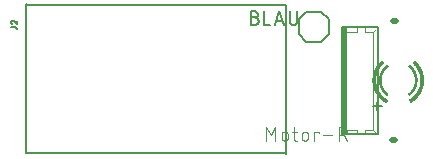
<source format=gbr>
G04 EAGLE Gerber RS-274X export*
G75*
%MOMM*%
%FSLAX34Y34*%
%LPD*%
%INSilkscreen Top*%
%IPPOS*%
%AMOC8*
5,1,8,0,0,1.08239X$1,22.5*%
G01*
%ADD10C,0.152400*%
%ADD11C,0.101600*%
%ADD12C,0.203200*%
%ADD13C,0.050800*%
%ADD14R,0.375000X9.000000*%
%ADD15C,0.015238*%
%ADD16C,0.025400*%
%ADD17C,0.127000*%
%ADD18C,0.508000*%


D10*
X45000Y149000D02*
X45000Y23000D01*
X264000Y23000D01*
X265000Y22000D01*
X265000Y148000D01*
X46000Y148000D01*
X45000Y149000D01*
D11*
X248508Y45192D02*
X248508Y33508D01*
X252403Y38701D02*
X248508Y45192D01*
X252403Y38701D02*
X256297Y45192D01*
X256297Y33508D01*
X261617Y36104D02*
X261617Y38701D01*
X261618Y38701D02*
X261620Y38802D01*
X261626Y38902D01*
X261636Y39002D01*
X261649Y39102D01*
X261667Y39201D01*
X261688Y39300D01*
X261713Y39397D01*
X261742Y39494D01*
X261775Y39589D01*
X261811Y39683D01*
X261851Y39775D01*
X261894Y39866D01*
X261941Y39955D01*
X261991Y40042D01*
X262045Y40128D01*
X262102Y40211D01*
X262162Y40291D01*
X262225Y40370D01*
X262292Y40446D01*
X262361Y40519D01*
X262433Y40589D01*
X262507Y40657D01*
X262584Y40722D01*
X262664Y40783D01*
X262746Y40842D01*
X262830Y40897D01*
X262916Y40949D01*
X263004Y40998D01*
X263094Y41043D01*
X263186Y41085D01*
X263279Y41123D01*
X263374Y41157D01*
X263469Y41188D01*
X263566Y41215D01*
X263664Y41238D01*
X263763Y41258D01*
X263863Y41273D01*
X263963Y41285D01*
X264063Y41293D01*
X264164Y41297D01*
X264264Y41297D01*
X264365Y41293D01*
X264465Y41285D01*
X264565Y41273D01*
X264665Y41258D01*
X264764Y41238D01*
X264862Y41215D01*
X264959Y41188D01*
X265054Y41157D01*
X265149Y41123D01*
X265242Y41085D01*
X265334Y41043D01*
X265424Y40998D01*
X265512Y40949D01*
X265598Y40897D01*
X265682Y40842D01*
X265764Y40783D01*
X265844Y40722D01*
X265921Y40657D01*
X265995Y40589D01*
X266067Y40519D01*
X266136Y40446D01*
X266203Y40370D01*
X266266Y40291D01*
X266326Y40211D01*
X266383Y40128D01*
X266437Y40042D01*
X266487Y39955D01*
X266534Y39866D01*
X266577Y39775D01*
X266617Y39683D01*
X266653Y39589D01*
X266686Y39494D01*
X266715Y39397D01*
X266740Y39300D01*
X266761Y39201D01*
X266779Y39102D01*
X266792Y39002D01*
X266802Y38902D01*
X266808Y38802D01*
X266810Y38701D01*
X266810Y36104D01*
X266808Y36003D01*
X266802Y35903D01*
X266792Y35803D01*
X266779Y35703D01*
X266761Y35604D01*
X266740Y35505D01*
X266715Y35408D01*
X266686Y35311D01*
X266653Y35216D01*
X266617Y35122D01*
X266577Y35030D01*
X266534Y34939D01*
X266487Y34850D01*
X266437Y34763D01*
X266383Y34677D01*
X266326Y34594D01*
X266266Y34514D01*
X266203Y34435D01*
X266136Y34359D01*
X266067Y34286D01*
X265995Y34216D01*
X265921Y34148D01*
X265844Y34083D01*
X265764Y34022D01*
X265682Y33963D01*
X265598Y33908D01*
X265512Y33856D01*
X265424Y33807D01*
X265334Y33762D01*
X265242Y33720D01*
X265149Y33682D01*
X265054Y33648D01*
X264959Y33617D01*
X264862Y33590D01*
X264764Y33567D01*
X264665Y33547D01*
X264565Y33532D01*
X264465Y33520D01*
X264365Y33512D01*
X264264Y33508D01*
X264164Y33508D01*
X264063Y33512D01*
X263963Y33520D01*
X263863Y33532D01*
X263763Y33547D01*
X263664Y33567D01*
X263566Y33590D01*
X263469Y33617D01*
X263374Y33648D01*
X263279Y33682D01*
X263186Y33720D01*
X263094Y33762D01*
X263004Y33807D01*
X262916Y33856D01*
X262830Y33908D01*
X262746Y33963D01*
X262664Y34022D01*
X262584Y34083D01*
X262507Y34148D01*
X262433Y34216D01*
X262361Y34286D01*
X262292Y34359D01*
X262225Y34435D01*
X262162Y34514D01*
X262102Y34594D01*
X262045Y34677D01*
X261991Y34763D01*
X261941Y34850D01*
X261894Y34939D01*
X261851Y35030D01*
X261811Y35122D01*
X261775Y35216D01*
X261742Y35311D01*
X261713Y35408D01*
X261688Y35505D01*
X261667Y35604D01*
X261649Y35703D01*
X261636Y35803D01*
X261626Y35903D01*
X261620Y36003D01*
X261618Y36104D01*
X270556Y41297D02*
X274451Y41297D01*
X271854Y45192D02*
X271854Y35455D01*
X271856Y35368D01*
X271862Y35280D01*
X271872Y35194D01*
X271885Y35107D01*
X271903Y35022D01*
X271924Y34937D01*
X271949Y34853D01*
X271978Y34771D01*
X272011Y34690D01*
X272047Y34610D01*
X272086Y34532D01*
X272130Y34456D01*
X272176Y34382D01*
X272226Y34311D01*
X272279Y34241D01*
X272335Y34174D01*
X272394Y34110D01*
X272456Y34048D01*
X272520Y33989D01*
X272587Y33933D01*
X272657Y33880D01*
X272728Y33830D01*
X272802Y33784D01*
X272878Y33740D01*
X272956Y33701D01*
X273036Y33665D01*
X273117Y33632D01*
X273199Y33603D01*
X273283Y33578D01*
X273368Y33557D01*
X273453Y33539D01*
X273540Y33526D01*
X273626Y33516D01*
X273714Y33510D01*
X273801Y33508D01*
X274451Y33508D01*
X278762Y36104D02*
X278762Y38701D01*
X278763Y38701D02*
X278765Y38802D01*
X278771Y38902D01*
X278781Y39002D01*
X278794Y39102D01*
X278812Y39201D01*
X278833Y39300D01*
X278858Y39397D01*
X278887Y39494D01*
X278920Y39589D01*
X278956Y39683D01*
X278996Y39775D01*
X279039Y39866D01*
X279086Y39955D01*
X279136Y40042D01*
X279190Y40128D01*
X279247Y40211D01*
X279307Y40291D01*
X279370Y40370D01*
X279437Y40446D01*
X279506Y40519D01*
X279578Y40589D01*
X279652Y40657D01*
X279729Y40722D01*
X279809Y40783D01*
X279891Y40842D01*
X279975Y40897D01*
X280061Y40949D01*
X280149Y40998D01*
X280239Y41043D01*
X280331Y41085D01*
X280424Y41123D01*
X280519Y41157D01*
X280614Y41188D01*
X280711Y41215D01*
X280809Y41238D01*
X280908Y41258D01*
X281008Y41273D01*
X281108Y41285D01*
X281208Y41293D01*
X281309Y41297D01*
X281409Y41297D01*
X281510Y41293D01*
X281610Y41285D01*
X281710Y41273D01*
X281810Y41258D01*
X281909Y41238D01*
X282007Y41215D01*
X282104Y41188D01*
X282199Y41157D01*
X282294Y41123D01*
X282387Y41085D01*
X282479Y41043D01*
X282569Y40998D01*
X282657Y40949D01*
X282743Y40897D01*
X282827Y40842D01*
X282909Y40783D01*
X282989Y40722D01*
X283066Y40657D01*
X283140Y40589D01*
X283212Y40519D01*
X283281Y40446D01*
X283348Y40370D01*
X283411Y40291D01*
X283471Y40211D01*
X283528Y40128D01*
X283582Y40042D01*
X283632Y39955D01*
X283679Y39866D01*
X283722Y39775D01*
X283762Y39683D01*
X283798Y39589D01*
X283831Y39494D01*
X283860Y39397D01*
X283885Y39300D01*
X283906Y39201D01*
X283924Y39102D01*
X283937Y39002D01*
X283947Y38902D01*
X283953Y38802D01*
X283955Y38701D01*
X283955Y36104D01*
X283953Y36003D01*
X283947Y35903D01*
X283937Y35803D01*
X283924Y35703D01*
X283906Y35604D01*
X283885Y35505D01*
X283860Y35408D01*
X283831Y35311D01*
X283798Y35216D01*
X283762Y35122D01*
X283722Y35030D01*
X283679Y34939D01*
X283632Y34850D01*
X283582Y34763D01*
X283528Y34677D01*
X283471Y34594D01*
X283411Y34514D01*
X283348Y34435D01*
X283281Y34359D01*
X283212Y34286D01*
X283140Y34216D01*
X283066Y34148D01*
X282989Y34083D01*
X282909Y34022D01*
X282827Y33963D01*
X282743Y33908D01*
X282657Y33856D01*
X282569Y33807D01*
X282479Y33762D01*
X282387Y33720D01*
X282294Y33682D01*
X282199Y33648D01*
X282104Y33617D01*
X282007Y33590D01*
X281909Y33567D01*
X281810Y33547D01*
X281710Y33532D01*
X281610Y33520D01*
X281510Y33512D01*
X281409Y33508D01*
X281309Y33508D01*
X281208Y33512D01*
X281108Y33520D01*
X281008Y33532D01*
X280908Y33547D01*
X280809Y33567D01*
X280711Y33590D01*
X280614Y33617D01*
X280519Y33648D01*
X280424Y33682D01*
X280331Y33720D01*
X280239Y33762D01*
X280149Y33807D01*
X280061Y33856D01*
X279975Y33908D01*
X279891Y33963D01*
X279809Y34022D01*
X279729Y34083D01*
X279652Y34148D01*
X279578Y34216D01*
X279506Y34286D01*
X279437Y34359D01*
X279370Y34435D01*
X279307Y34514D01*
X279247Y34594D01*
X279190Y34677D01*
X279136Y34763D01*
X279086Y34850D01*
X279039Y34939D01*
X278996Y35030D01*
X278956Y35122D01*
X278920Y35216D01*
X278887Y35311D01*
X278858Y35408D01*
X278833Y35505D01*
X278812Y35604D01*
X278794Y35703D01*
X278781Y35803D01*
X278771Y35903D01*
X278765Y36003D01*
X278763Y36104D01*
X289116Y33508D02*
X289116Y41297D01*
X293010Y41297D01*
X293010Y39999D01*
X296895Y38052D02*
X304684Y38052D01*
X310191Y33508D02*
X310191Y45192D01*
X313436Y45192D01*
X313549Y45190D01*
X313662Y45184D01*
X313775Y45174D01*
X313888Y45160D01*
X314000Y45143D01*
X314111Y45121D01*
X314221Y45096D01*
X314331Y45066D01*
X314439Y45033D01*
X314546Y44996D01*
X314652Y44956D01*
X314756Y44911D01*
X314859Y44863D01*
X314960Y44812D01*
X315059Y44757D01*
X315156Y44699D01*
X315251Y44637D01*
X315344Y44572D01*
X315434Y44504D01*
X315522Y44433D01*
X315608Y44358D01*
X315691Y44281D01*
X315771Y44201D01*
X315848Y44118D01*
X315923Y44032D01*
X315994Y43944D01*
X316062Y43854D01*
X316127Y43761D01*
X316189Y43666D01*
X316247Y43569D01*
X316302Y43470D01*
X316353Y43369D01*
X316401Y43266D01*
X316446Y43162D01*
X316486Y43056D01*
X316523Y42949D01*
X316556Y42841D01*
X316586Y42731D01*
X316611Y42621D01*
X316633Y42510D01*
X316650Y42398D01*
X316664Y42285D01*
X316674Y42172D01*
X316680Y42059D01*
X316682Y41946D01*
X316680Y41833D01*
X316674Y41720D01*
X316664Y41607D01*
X316650Y41494D01*
X316633Y41382D01*
X316611Y41271D01*
X316586Y41161D01*
X316556Y41051D01*
X316523Y40943D01*
X316486Y40836D01*
X316446Y40730D01*
X316401Y40626D01*
X316353Y40523D01*
X316302Y40422D01*
X316247Y40323D01*
X316189Y40226D01*
X316127Y40131D01*
X316062Y40038D01*
X315994Y39948D01*
X315923Y39860D01*
X315848Y39774D01*
X315771Y39691D01*
X315691Y39611D01*
X315608Y39534D01*
X315522Y39459D01*
X315434Y39388D01*
X315344Y39320D01*
X315251Y39255D01*
X315156Y39193D01*
X315059Y39135D01*
X314960Y39080D01*
X314859Y39029D01*
X314756Y38981D01*
X314652Y38936D01*
X314546Y38896D01*
X314439Y38859D01*
X314331Y38826D01*
X314221Y38796D01*
X314111Y38771D01*
X314000Y38749D01*
X313888Y38732D01*
X313775Y38718D01*
X313662Y38708D01*
X313549Y38702D01*
X313436Y38700D01*
X313436Y38701D02*
X310191Y38701D01*
X314085Y38701D02*
X316682Y33508D01*
D12*
X313100Y38950D02*
X313100Y129450D01*
X313100Y38950D02*
X343100Y38950D01*
X343100Y129450D01*
X313100Y129450D01*
D13*
X325600Y129200D02*
X325600Y125450D01*
X315600Y125450D01*
X325600Y42950D02*
X325600Y39200D01*
X325600Y42950D02*
X315600Y42950D01*
X331850Y125450D02*
X331850Y129200D01*
X331850Y42950D02*
X331850Y39200D01*
X331850Y125450D02*
X339350Y125450D01*
X339350Y42950D01*
X331850Y42950D01*
X339350Y42950D02*
X341850Y40450D01*
X339350Y125450D02*
X341850Y127950D01*
D14*
X314975Y84200D03*
D15*
X350682Y97915D02*
X351479Y96798D01*
X351479Y96799D02*
X351197Y96590D01*
X350920Y96374D01*
X350649Y96152D01*
X350383Y95924D01*
X350122Y95689D01*
X349867Y95448D01*
X349619Y95200D01*
X349376Y94947D01*
X349139Y94688D01*
X348909Y94424D01*
X348685Y94153D01*
X348468Y93878D01*
X348257Y93598D01*
X348053Y93312D01*
X347856Y93022D01*
X347666Y92727D01*
X347484Y92427D01*
X347308Y92123D01*
X347140Y91815D01*
X346980Y91503D01*
X346827Y91188D01*
X346682Y90868D01*
X346544Y90546D01*
X346414Y90220D01*
X346292Y89891D01*
X346178Y89559D01*
X346073Y89224D01*
X345975Y88888D01*
X345885Y88548D01*
X345804Y88207D01*
X345731Y87864D01*
X345666Y87519D01*
X345609Y87173D01*
X345561Y86826D01*
X345521Y86477D01*
X345490Y86128D01*
X345467Y85778D01*
X345452Y85427D01*
X345446Y85076D01*
X344075Y85076D01*
X344074Y85076D01*
X344081Y85461D01*
X344096Y85844D01*
X344121Y86228D01*
X344156Y86611D01*
X344199Y86992D01*
X344252Y87373D01*
X344314Y87752D01*
X344385Y88130D01*
X344465Y88506D01*
X344554Y88880D01*
X344652Y89251D01*
X344759Y89620D01*
X344875Y89986D01*
X344999Y90350D01*
X345133Y90710D01*
X345275Y91067D01*
X345426Y91421D01*
X345585Y91770D01*
X345752Y92116D01*
X345928Y92458D01*
X346112Y92795D01*
X346304Y93128D01*
X346504Y93456D01*
X346712Y93779D01*
X346928Y94097D01*
X347151Y94410D01*
X347382Y94717D01*
X347620Y95019D01*
X347865Y95315D01*
X348118Y95604D01*
X348377Y95888D01*
X348643Y96165D01*
X348916Y96436D01*
X349195Y96700D01*
X349480Y96957D01*
X349772Y97208D01*
X350069Y97451D01*
X350373Y97687D01*
X350682Y97915D01*
X350765Y97799D01*
X350459Y97572D01*
X350158Y97339D01*
X349863Y97098D01*
X349574Y96849D01*
X349292Y96595D01*
X349015Y96333D01*
X348745Y96065D01*
X348481Y95790D01*
X348224Y95509D01*
X347974Y95222D01*
X347731Y94929D01*
X347495Y94630D01*
X347266Y94325D01*
X347045Y94015D01*
X346832Y93700D01*
X346625Y93380D01*
X346427Y93055D01*
X346237Y92725D01*
X346055Y92391D01*
X345880Y92052D01*
X345714Y91710D01*
X345557Y91363D01*
X345407Y91013D01*
X345266Y90659D01*
X345134Y90302D01*
X345011Y89942D01*
X344896Y89579D01*
X344790Y89213D01*
X344693Y88845D01*
X344604Y88475D01*
X344525Y88102D01*
X344455Y87728D01*
X344393Y87352D01*
X344341Y86975D01*
X344298Y86597D01*
X344264Y86217D01*
X344239Y85838D01*
X344224Y85457D01*
X344217Y85076D01*
X344360Y85076D01*
X344367Y85454D01*
X344382Y85831D01*
X344407Y86207D01*
X344440Y86583D01*
X344483Y86958D01*
X344535Y87331D01*
X344595Y87704D01*
X344665Y88075D01*
X344744Y88444D01*
X344831Y88811D01*
X344928Y89175D01*
X345033Y89538D01*
X345147Y89897D01*
X345269Y90254D01*
X345400Y90608D01*
X345540Y90959D01*
X345687Y91306D01*
X345844Y91649D01*
X346008Y91989D01*
X346181Y92324D01*
X346362Y92655D01*
X346550Y92982D01*
X346747Y93304D01*
X346951Y93621D01*
X347163Y93934D01*
X347382Y94241D01*
X347608Y94542D01*
X347842Y94838D01*
X348083Y95129D01*
X348331Y95413D01*
X348585Y95692D01*
X348846Y95964D01*
X349114Y96230D01*
X349388Y96489D01*
X349668Y96742D01*
X349955Y96988D01*
X350247Y97226D01*
X350545Y97458D01*
X350848Y97683D01*
X350931Y97566D01*
X350630Y97344D01*
X350335Y97114D01*
X350046Y96878D01*
X349763Y96634D01*
X349485Y96384D01*
X349213Y96127D01*
X348948Y95863D01*
X348689Y95594D01*
X348437Y95318D01*
X348192Y95036D01*
X347953Y94748D01*
X347721Y94455D01*
X347497Y94156D01*
X347280Y93852D01*
X347070Y93542D01*
X346868Y93228D01*
X346673Y92909D01*
X346486Y92585D01*
X346307Y92257D01*
X346136Y91925D01*
X345973Y91588D01*
X345818Y91248D01*
X345672Y90904D01*
X345534Y90557D01*
X345404Y90206D01*
X345282Y89853D01*
X345170Y89496D01*
X345066Y89137D01*
X344970Y88776D01*
X344883Y88412D01*
X344805Y88047D01*
X344736Y87679D01*
X344676Y87311D01*
X344625Y86940D01*
X344583Y86569D01*
X344549Y86197D01*
X344525Y85824D01*
X344510Y85450D01*
X344503Y85076D01*
X344646Y85076D01*
X344652Y85447D01*
X344668Y85817D01*
X344692Y86186D01*
X344725Y86555D01*
X344767Y86923D01*
X344818Y87290D01*
X344877Y87655D01*
X344946Y88019D01*
X345023Y88381D01*
X345109Y88741D01*
X345203Y89100D01*
X345307Y89455D01*
X345418Y89808D01*
X345538Y90158D01*
X345667Y90506D01*
X345804Y90850D01*
X345949Y91190D01*
X346103Y91528D01*
X346264Y91861D01*
X346434Y92190D01*
X346611Y92515D01*
X346796Y92836D01*
X346989Y93152D01*
X347189Y93463D01*
X347397Y93770D01*
X347612Y94071D01*
X347835Y94367D01*
X348064Y94658D01*
X348300Y94943D01*
X348544Y95222D01*
X348793Y95496D01*
X349050Y95763D01*
X349313Y96024D01*
X349582Y96278D01*
X349857Y96526D01*
X350137Y96768D01*
X350424Y97002D01*
X350716Y97229D01*
X351014Y97450D01*
X351097Y97333D01*
X350802Y97115D01*
X350513Y96890D01*
X350229Y96658D01*
X349951Y96419D01*
X349678Y96173D01*
X349412Y95921D01*
X349151Y95662D01*
X348898Y95398D01*
X348650Y95127D01*
X348409Y94850D01*
X348175Y94568D01*
X347948Y94280D01*
X347727Y93987D01*
X347514Y93688D01*
X347308Y93384D01*
X347110Y93076D01*
X346919Y92763D01*
X346736Y92445D01*
X346560Y92123D01*
X346392Y91797D01*
X346232Y91467D01*
X346080Y91133D01*
X345936Y90795D01*
X345801Y90455D01*
X345673Y90111D01*
X345554Y89764D01*
X345443Y89414D01*
X345341Y89062D01*
X345248Y88707D01*
X345163Y88350D01*
X345086Y87991D01*
X345018Y87631D01*
X344959Y87269D01*
X344909Y86905D01*
X344867Y86541D01*
X344835Y86176D01*
X344811Y85810D01*
X344795Y85443D01*
X344789Y85076D01*
X344932Y85076D01*
X344938Y85440D01*
X344953Y85803D01*
X344977Y86165D01*
X345010Y86527D01*
X345051Y86888D01*
X345101Y87248D01*
X345159Y87607D01*
X345226Y87964D01*
X345302Y88319D01*
X345386Y88672D01*
X345479Y89024D01*
X345580Y89373D01*
X345690Y89719D01*
X345808Y90063D01*
X345934Y90403D01*
X346069Y90741D01*
X346211Y91075D01*
X346362Y91406D01*
X346520Y91733D01*
X346686Y92056D01*
X346860Y92375D01*
X347042Y92690D01*
X347231Y93000D01*
X347428Y93305D01*
X347632Y93606D01*
X347843Y93902D01*
X348061Y94192D01*
X348286Y94478D01*
X348518Y94757D01*
X348756Y95031D01*
X349002Y95300D01*
X349253Y95562D01*
X349511Y95818D01*
X349775Y96068D01*
X350045Y96311D01*
X350320Y96548D01*
X350602Y96778D01*
X350888Y97001D01*
X351180Y97217D01*
X351263Y97101D01*
X350974Y96887D01*
X350690Y96665D01*
X350412Y96438D01*
X350139Y96203D01*
X349871Y95962D01*
X349610Y95715D01*
X349355Y95461D01*
X349106Y95201D01*
X348863Y94936D01*
X348627Y94664D01*
X348397Y94387D01*
X348174Y94105D01*
X347958Y93817D01*
X347749Y93524D01*
X347547Y93227D01*
X347352Y92924D01*
X347165Y92617D01*
X346985Y92305D01*
X346813Y91989D01*
X346648Y91669D01*
X346491Y91345D01*
X346342Y91018D01*
X346201Y90687D01*
X346068Y90352D01*
X345943Y90015D01*
X345826Y89675D01*
X345717Y89331D01*
X345617Y88986D01*
X345525Y88638D01*
X345442Y88288D01*
X345367Y87936D01*
X345300Y87582D01*
X345242Y87227D01*
X345193Y86871D01*
X345152Y86513D01*
X345120Y86155D01*
X345096Y85796D01*
X345081Y85436D01*
X345075Y85076D01*
X345218Y85076D01*
X345224Y85433D01*
X345239Y85789D01*
X345262Y86144D01*
X345294Y86499D01*
X345335Y86853D01*
X345384Y87206D01*
X345441Y87558D01*
X345507Y87908D01*
X345581Y88257D01*
X345664Y88603D01*
X345755Y88948D01*
X345854Y89290D01*
X345962Y89630D01*
X346078Y89967D01*
X346201Y90301D01*
X346333Y90632D01*
X346473Y90960D01*
X346620Y91285D01*
X346776Y91605D01*
X346939Y91922D01*
X347110Y92235D01*
X347288Y92544D01*
X347473Y92848D01*
X347666Y93148D01*
X347866Y93443D01*
X348073Y93733D01*
X348287Y94018D01*
X348508Y94297D01*
X348735Y94572D01*
X348969Y94840D01*
X349210Y95103D01*
X349456Y95361D01*
X349709Y95612D01*
X349968Y95857D01*
X350233Y96095D01*
X350503Y96328D01*
X350779Y96553D01*
X351060Y96772D01*
X351346Y96984D01*
X351430Y96868D01*
X351146Y96658D01*
X350868Y96441D01*
X350594Y96218D01*
X350327Y95988D01*
X350065Y95751D01*
X349809Y95509D01*
X349558Y95260D01*
X349314Y95005D01*
X349076Y94745D01*
X348844Y94479D01*
X348619Y94207D01*
X348400Y93930D01*
X348188Y93648D01*
X347983Y93361D01*
X347785Y93069D01*
X347594Y92772D01*
X347411Y92471D01*
X347234Y92165D01*
X347065Y91855D01*
X346904Y91541D01*
X346750Y91224D01*
X346604Y90903D01*
X346465Y90578D01*
X346335Y90250D01*
X346212Y89919D01*
X346098Y89585D01*
X345991Y89249D01*
X345893Y88910D01*
X345803Y88569D01*
X345721Y88226D01*
X345647Y87881D01*
X345582Y87534D01*
X345525Y87185D01*
X345477Y86836D01*
X345437Y86485D01*
X345405Y86134D01*
X345382Y85782D01*
X345367Y85429D01*
X345361Y85076D01*
X344075Y84925D02*
X345447Y84925D01*
X345446Y84924D02*
X345452Y84573D01*
X345467Y84222D01*
X345490Y83872D01*
X345521Y83522D01*
X345561Y83173D01*
X345609Y82825D01*
X345666Y82479D01*
X345731Y82134D01*
X345804Y81790D01*
X345886Y81449D01*
X345976Y81109D01*
X346074Y80772D01*
X346180Y80437D01*
X346294Y80105D01*
X346416Y79776D01*
X346546Y79450D01*
X346684Y79127D01*
X346829Y78807D01*
X346983Y78491D01*
X347143Y78179D01*
X347312Y77871D01*
X347487Y77567D01*
X347670Y77267D01*
X347860Y76972D01*
X348058Y76681D01*
X348262Y76396D01*
X348473Y76115D01*
X348691Y75840D01*
X348915Y75569D01*
X349146Y75305D01*
X349383Y75046D01*
X349626Y74792D01*
X349875Y74545D01*
X350130Y74304D01*
X350391Y74069D01*
X350658Y73840D01*
X350930Y73618D01*
X351207Y73403D01*
X350384Y72305D01*
X350080Y72541D01*
X349782Y72784D01*
X349490Y73034D01*
X349204Y73292D01*
X348924Y73556D01*
X348651Y73827D01*
X348385Y74104D01*
X348125Y74388D01*
X347872Y74677D01*
X347626Y74973D01*
X347388Y75275D01*
X347157Y75582D01*
X346933Y75895D01*
X346717Y76214D01*
X346509Y76537D01*
X346308Y76865D01*
X346116Y77198D01*
X345932Y77536D01*
X345755Y77878D01*
X345588Y78224D01*
X345428Y78574D01*
X345277Y78928D01*
X345135Y79285D01*
X345001Y79646D01*
X344876Y80009D01*
X344760Y80376D01*
X344653Y80745D01*
X344555Y81117D01*
X344465Y81491D01*
X344385Y81867D01*
X344314Y82245D01*
X344252Y82625D01*
X344199Y83006D01*
X344156Y83388D01*
X344121Y83771D01*
X344096Y84155D01*
X344081Y84539D01*
X344074Y84924D01*
X344217Y84924D01*
X344224Y84543D01*
X344239Y84162D01*
X344264Y83782D01*
X344298Y83402D01*
X344341Y83023D01*
X344394Y82646D01*
X344455Y82270D01*
X344525Y81895D01*
X344605Y81522D01*
X344693Y81152D01*
X344791Y80783D01*
X344897Y80417D01*
X345012Y80054D01*
X345136Y79693D01*
X345268Y79336D01*
X345409Y78982D01*
X345559Y78631D01*
X345717Y78285D01*
X345883Y77942D01*
X346058Y77603D01*
X346240Y77268D01*
X346431Y76938D01*
X346630Y76613D01*
X346836Y76293D01*
X347050Y75977D01*
X347272Y75667D01*
X347501Y75363D01*
X347737Y75064D01*
X347981Y74770D01*
X348231Y74483D01*
X348489Y74202D01*
X348753Y73927D01*
X349024Y73659D01*
X349301Y73397D01*
X349584Y73142D01*
X349873Y72894D01*
X350169Y72653D01*
X350470Y72419D01*
X350555Y72534D01*
X350257Y72765D01*
X349965Y73004D01*
X349678Y73250D01*
X349397Y73503D01*
X349123Y73762D01*
X348854Y74028D01*
X348593Y74300D01*
X348338Y74579D01*
X348090Y74863D01*
X347848Y75154D01*
X347614Y75450D01*
X347387Y75752D01*
X347168Y76059D01*
X346955Y76372D01*
X346751Y76689D01*
X346554Y77011D01*
X346365Y77338D01*
X346184Y77670D01*
X346011Y78006D01*
X345846Y78345D01*
X345690Y78689D01*
X345542Y79036D01*
X345402Y79387D01*
X345271Y79741D01*
X345148Y80098D01*
X345034Y80459D01*
X344929Y80821D01*
X344832Y81186D01*
X344744Y81554D01*
X344666Y81923D01*
X344596Y82294D01*
X344535Y82667D01*
X344483Y83041D01*
X344440Y83416D01*
X344407Y83792D01*
X344382Y84169D01*
X344367Y84546D01*
X344360Y84924D01*
X344503Y84924D01*
X344510Y84550D01*
X344525Y84176D01*
X344549Y83803D01*
X344583Y83430D01*
X344625Y83058D01*
X344676Y82688D01*
X344737Y82318D01*
X344806Y81951D01*
X344884Y81585D01*
X344971Y81221D01*
X345066Y80859D01*
X345171Y80500D01*
X345284Y80143D01*
X345405Y79789D01*
X345535Y79438D01*
X345674Y79091D01*
X345821Y78747D01*
X345976Y78406D01*
X346139Y78070D01*
X346310Y77737D01*
X346490Y77409D01*
X346677Y77085D01*
X346872Y76765D01*
X347075Y76451D01*
X347285Y76141D01*
X347502Y75837D01*
X347727Y75538D01*
X347959Y75244D01*
X348198Y74956D01*
X348444Y74674D01*
X348697Y74398D01*
X348956Y74129D01*
X349222Y73865D01*
X349494Y73608D01*
X349772Y73358D01*
X350056Y73114D01*
X350346Y72878D01*
X350641Y72648D01*
X350727Y72763D01*
X350434Y72990D01*
X350147Y73224D01*
X349866Y73466D01*
X349590Y73714D01*
X349321Y73968D01*
X349058Y74229D01*
X348801Y74497D01*
X348551Y74770D01*
X348307Y75049D01*
X348070Y75334D01*
X347840Y75625D01*
X347617Y75922D01*
X347402Y76223D01*
X347194Y76530D01*
X346993Y76841D01*
X346800Y77158D01*
X346614Y77479D01*
X346437Y77804D01*
X346267Y78133D01*
X346105Y78467D01*
X345952Y78804D01*
X345806Y79145D01*
X345669Y79490D01*
X345540Y79837D01*
X345420Y80188D01*
X345308Y80541D01*
X345204Y80897D01*
X345110Y81255D01*
X345024Y81616D01*
X344946Y81978D01*
X344878Y82343D01*
X344818Y82709D01*
X344767Y83076D01*
X344725Y83444D01*
X344692Y83813D01*
X344668Y84183D01*
X344652Y84553D01*
X344646Y84924D01*
X344789Y84924D01*
X344795Y84557D01*
X344811Y84190D01*
X344835Y83824D01*
X344867Y83458D01*
X344909Y83093D01*
X344959Y82729D01*
X345019Y82367D01*
X345087Y82006D01*
X345163Y81647D01*
X345248Y81290D01*
X345342Y80935D01*
X345445Y80582D01*
X345555Y80232D01*
X345675Y79885D01*
X345802Y79541D01*
X345938Y79200D01*
X346082Y78862D01*
X346235Y78528D01*
X346395Y78197D01*
X346563Y77871D01*
X346739Y77549D01*
X346923Y77231D01*
X347114Y76917D01*
X347313Y76609D01*
X347519Y76305D01*
X347733Y76006D01*
X347953Y75713D01*
X348181Y75425D01*
X348416Y75142D01*
X348657Y74866D01*
X348905Y74595D01*
X349159Y74330D01*
X349420Y74071D01*
X349687Y73819D01*
X349960Y73573D01*
X350238Y73334D01*
X350523Y73102D01*
X350813Y72877D01*
X350899Y72991D01*
X350611Y73215D01*
X350330Y73445D01*
X350054Y73681D01*
X349783Y73925D01*
X349519Y74174D01*
X349261Y74431D01*
X349009Y74693D01*
X348763Y74961D01*
X348524Y75235D01*
X348292Y75515D01*
X348066Y75800D01*
X347848Y76091D01*
X347636Y76387D01*
X347432Y76688D01*
X347235Y76994D01*
X347046Y77304D01*
X346864Y77619D01*
X346689Y77938D01*
X346523Y78261D01*
X346364Y78589D01*
X346213Y78920D01*
X346071Y79254D01*
X345936Y79592D01*
X345810Y79933D01*
X345691Y80277D01*
X345582Y80624D01*
X345480Y80973D01*
X345387Y81324D01*
X345303Y81678D01*
X345227Y82034D01*
X345160Y82391D01*
X345101Y82750D01*
X345051Y83111D01*
X345010Y83472D01*
X344977Y83834D01*
X344953Y84197D01*
X344938Y84560D01*
X344932Y84924D01*
X345075Y84924D01*
X345081Y84564D01*
X345096Y84204D01*
X345120Y83845D01*
X345152Y83486D01*
X345193Y83128D01*
X345242Y82771D01*
X345300Y82416D01*
X345367Y82062D01*
X345442Y81709D01*
X345526Y81359D01*
X345618Y81011D01*
X345718Y80665D01*
X345827Y80322D01*
X345944Y79981D01*
X346069Y79643D01*
X346203Y79309D01*
X346344Y78977D01*
X346493Y78649D01*
X346651Y78325D01*
X346816Y78005D01*
X346988Y77689D01*
X347168Y77377D01*
X347356Y77070D01*
X347551Y76767D01*
X347754Y76469D01*
X347963Y76176D01*
X348179Y75888D01*
X348403Y75605D01*
X348633Y75328D01*
X348870Y75057D01*
X349113Y74791D01*
X349362Y74531D01*
X349618Y74278D01*
X349880Y74030D01*
X350148Y73789D01*
X350421Y73555D01*
X350700Y73327D01*
X350984Y73106D01*
X351070Y73220D01*
X350788Y73439D01*
X350512Y73665D01*
X350241Y73897D01*
X349976Y74136D01*
X349717Y74381D01*
X349464Y74632D01*
X349217Y74889D01*
X348976Y75152D01*
X348742Y75421D01*
X348514Y75696D01*
X348293Y75975D01*
X348078Y76261D01*
X347871Y76551D01*
X347670Y76846D01*
X347477Y77146D01*
X347291Y77450D01*
X347113Y77759D01*
X346942Y78072D01*
X346779Y78389D01*
X346623Y78710D01*
X346475Y79035D01*
X346335Y79363D01*
X346203Y79694D01*
X346079Y80029D01*
X345963Y80366D01*
X345855Y80706D01*
X345756Y81049D01*
X345665Y81394D01*
X345582Y81741D01*
X345507Y82089D01*
X345441Y82440D01*
X345384Y82792D01*
X345335Y83145D01*
X345294Y83500D01*
X345262Y83855D01*
X345239Y84211D01*
X345224Y84567D01*
X345218Y84924D01*
X345361Y84924D01*
X345367Y84571D01*
X345382Y84218D01*
X345405Y83865D01*
X345437Y83514D01*
X345477Y83163D01*
X345525Y82813D01*
X345582Y82464D01*
X345648Y82117D01*
X345721Y81772D01*
X345803Y81428D01*
X345894Y81087D01*
X345992Y80747D01*
X346099Y80411D01*
X346214Y80077D01*
X346337Y79745D01*
X346467Y79417D01*
X346606Y79092D01*
X346752Y78771D01*
X346906Y78453D01*
X347068Y78139D01*
X347238Y77829D01*
X347414Y77523D01*
X347598Y77222D01*
X347790Y76925D01*
X347988Y76633D01*
X348193Y76345D01*
X348406Y76063D01*
X348625Y75786D01*
X348850Y75514D01*
X349082Y75248D01*
X349321Y74987D01*
X349565Y74733D01*
X349816Y74484D01*
X350073Y74241D01*
X350335Y74005D01*
X350603Y73775D01*
X350877Y73551D01*
X351156Y73335D01*
X375925Y85076D02*
X374553Y85076D01*
X374554Y85076D02*
X374548Y85430D01*
X374533Y85783D01*
X374510Y86136D01*
X374478Y86488D01*
X374437Y86840D01*
X374388Y87190D01*
X374331Y87539D01*
X374265Y87887D01*
X374190Y88233D01*
X374108Y88577D01*
X374017Y88918D01*
X373917Y89258D01*
X373810Y89595D01*
X373694Y89929D01*
X373570Y90261D01*
X373438Y90589D01*
X373298Y90914D01*
X373151Y91235D01*
X372995Y91553D01*
X372832Y91867D01*
X372661Y92177D01*
X372483Y92482D01*
X372298Y92784D01*
X372105Y93080D01*
X371905Y93372D01*
X371698Y93659D01*
X371484Y93941D01*
X371263Y94217D01*
X371036Y94488D01*
X370802Y94753D01*
X370562Y95013D01*
X370316Y95267D01*
X370063Y95515D01*
X369804Y95756D01*
X369540Y95991D01*
X369270Y96220D01*
X368995Y96442D01*
X369837Y97524D01*
X369837Y97525D01*
X370139Y97282D01*
X370435Y97031D01*
X370724Y96774D01*
X371008Y96510D01*
X371284Y96238D01*
X371554Y95961D01*
X371818Y95676D01*
X372074Y95386D01*
X372323Y95089D01*
X372565Y94786D01*
X372799Y94477D01*
X373026Y94163D01*
X373245Y93844D01*
X373456Y93519D01*
X373659Y93189D01*
X373855Y92854D01*
X374042Y92515D01*
X374220Y92171D01*
X374390Y91823D01*
X374552Y91471D01*
X374705Y91115D01*
X374850Y90755D01*
X374985Y90392D01*
X375112Y90026D01*
X375230Y89657D01*
X375339Y89285D01*
X375438Y88911D01*
X375529Y88534D01*
X375610Y88155D01*
X375682Y87774D01*
X375745Y87392D01*
X375799Y87008D01*
X375843Y86623D01*
X375878Y86237D01*
X375903Y85851D01*
X375919Y85464D01*
X375926Y85076D01*
X375783Y85076D01*
X375776Y85460D01*
X375760Y85844D01*
X375735Y86227D01*
X375701Y86609D01*
X375657Y86991D01*
X375604Y87371D01*
X375542Y87750D01*
X375470Y88127D01*
X375389Y88502D01*
X375300Y88876D01*
X375201Y89247D01*
X375093Y89615D01*
X374976Y89981D01*
X374851Y90344D01*
X374716Y90704D01*
X374573Y91060D01*
X374422Y91413D01*
X374261Y91762D01*
X374093Y92107D01*
X373916Y92447D01*
X373730Y92784D01*
X373537Y93115D01*
X373335Y93442D01*
X373126Y93764D01*
X372909Y94081D01*
X372684Y94392D01*
X372452Y94698D01*
X372212Y94998D01*
X371966Y95292D01*
X371712Y95580D01*
X371451Y95862D01*
X371183Y96137D01*
X370909Y96406D01*
X370628Y96668D01*
X370341Y96923D01*
X370048Y97171D01*
X369749Y97412D01*
X369661Y97299D01*
X369958Y97060D01*
X370248Y96815D01*
X370532Y96562D01*
X370811Y96302D01*
X371082Y96036D01*
X371347Y95763D01*
X371606Y95484D01*
X371857Y95199D01*
X372102Y94907D01*
X372339Y94610D01*
X372570Y94307D01*
X372792Y93998D01*
X373007Y93684D01*
X373215Y93366D01*
X373414Y93042D01*
X373606Y92713D01*
X373789Y92380D01*
X373965Y92042D01*
X374132Y91700D01*
X374291Y91355D01*
X374441Y91005D01*
X374583Y90652D01*
X374716Y90296D01*
X374841Y89936D01*
X374956Y89574D01*
X375063Y89209D01*
X375161Y88841D01*
X375250Y88471D01*
X375330Y88099D01*
X375401Y87725D01*
X375462Y87350D01*
X375515Y86973D01*
X375558Y86595D01*
X375593Y86216D01*
X375618Y85837D01*
X375633Y85456D01*
X375640Y85076D01*
X375497Y85076D01*
X375490Y85453D01*
X375475Y85830D01*
X375450Y86206D01*
X375416Y86581D01*
X375373Y86956D01*
X375321Y87329D01*
X375260Y87701D01*
X375190Y88071D01*
X375110Y88440D01*
X375022Y88806D01*
X374925Y89170D01*
X374819Y89532D01*
X374705Y89891D01*
X374582Y90247D01*
X374450Y90601D01*
X374309Y90950D01*
X374160Y91297D01*
X374003Y91639D01*
X373837Y91978D01*
X373663Y92312D01*
X373482Y92642D01*
X373292Y92968D01*
X373094Y93289D01*
X372888Y93605D01*
X372675Y93916D01*
X372455Y94221D01*
X372227Y94522D01*
X371992Y94816D01*
X371749Y95105D01*
X371500Y95388D01*
X371244Y95664D01*
X370981Y95935D01*
X370712Y96199D01*
X370437Y96456D01*
X370155Y96706D01*
X369867Y96950D01*
X369574Y97186D01*
X369486Y97073D01*
X369777Y96839D01*
X370062Y96598D01*
X370341Y96350D01*
X370614Y96095D01*
X370880Y95833D01*
X371141Y95566D01*
X371394Y95292D01*
X371641Y95011D01*
X371881Y94725D01*
X372114Y94434D01*
X372340Y94136D01*
X372559Y93833D01*
X372770Y93525D01*
X372973Y93212D01*
X373169Y92894D01*
X373357Y92572D01*
X373537Y92245D01*
X373710Y91913D01*
X373874Y91578D01*
X374029Y91239D01*
X374177Y90896D01*
X374316Y90549D01*
X374447Y90199D01*
X374569Y89846D01*
X374683Y89491D01*
X374787Y89132D01*
X374884Y88771D01*
X374971Y88408D01*
X375049Y88043D01*
X375119Y87676D01*
X375180Y87308D01*
X375231Y86938D01*
X375274Y86567D01*
X375307Y86195D01*
X375332Y85823D01*
X375347Y85449D01*
X375354Y85076D01*
X375211Y85076D01*
X375204Y85446D01*
X375189Y85816D01*
X375165Y86185D01*
X375132Y86553D01*
X375089Y86921D01*
X375038Y87287D01*
X374978Y87652D01*
X374909Y88015D01*
X374831Y88377D01*
X374745Y88737D01*
X374650Y89094D01*
X374546Y89449D01*
X374433Y89801D01*
X374312Y90151D01*
X374183Y90497D01*
X374045Y90841D01*
X373899Y91180D01*
X373744Y91517D01*
X373582Y91849D01*
X373411Y92177D01*
X373233Y92501D01*
X373046Y92821D01*
X372852Y93136D01*
X372651Y93446D01*
X372442Y93751D01*
X372225Y94051D01*
X372002Y94345D01*
X371771Y94634D01*
X371533Y94918D01*
X371288Y95195D01*
X371037Y95467D01*
X370779Y95732D01*
X370515Y95991D01*
X370245Y96244D01*
X369968Y96489D01*
X369686Y96728D01*
X369398Y96960D01*
X369310Y96848D01*
X369596Y96618D01*
X369875Y96381D01*
X370149Y96137D01*
X370417Y95887D01*
X370678Y95631D01*
X370934Y95368D01*
X371183Y95099D01*
X371425Y94824D01*
X371660Y94544D01*
X371889Y94257D01*
X372111Y93966D01*
X372325Y93668D01*
X372532Y93366D01*
X372732Y93059D01*
X372924Y92747D01*
X373108Y92431D01*
X373285Y92110D01*
X373454Y91785D01*
X373615Y91455D01*
X373768Y91122D01*
X373913Y90786D01*
X374049Y90446D01*
X374178Y90103D01*
X374298Y89756D01*
X374409Y89407D01*
X374512Y89056D01*
X374606Y88702D01*
X374692Y88346D01*
X374769Y87987D01*
X374837Y87627D01*
X374897Y87266D01*
X374947Y86903D01*
X374989Y86539D01*
X375022Y86174D01*
X375046Y85808D01*
X375062Y85442D01*
X375068Y85076D01*
X374925Y85076D01*
X374919Y85439D01*
X374903Y85801D01*
X374880Y86164D01*
X374847Y86525D01*
X374805Y86885D01*
X374755Y87245D01*
X374696Y87603D01*
X374629Y87959D01*
X374552Y88314D01*
X374468Y88667D01*
X374374Y89018D01*
X374272Y89366D01*
X374162Y89712D01*
X374043Y90054D01*
X373916Y90394D01*
X373781Y90731D01*
X373637Y91064D01*
X373486Y91394D01*
X373327Y91720D01*
X373159Y92042D01*
X372984Y92360D01*
X372801Y92673D01*
X372611Y92982D01*
X372413Y93287D01*
X372208Y93586D01*
X371996Y93880D01*
X371776Y94169D01*
X371550Y94453D01*
X371317Y94731D01*
X371077Y95003D01*
X370830Y95269D01*
X370577Y95530D01*
X370318Y95784D01*
X370053Y96031D01*
X369782Y96272D01*
X369505Y96507D01*
X369222Y96735D01*
X369135Y96622D01*
X369415Y96396D01*
X369689Y96164D01*
X369957Y95925D01*
X370220Y95680D01*
X370476Y95428D01*
X370727Y95171D01*
X370971Y94907D01*
X371209Y94637D01*
X371439Y94362D01*
X371664Y94081D01*
X371881Y93795D01*
X372091Y93503D01*
X372294Y93207D01*
X372490Y92906D01*
X372679Y92600D01*
X372860Y92289D01*
X373033Y91975D01*
X373199Y91656D01*
X373357Y91333D01*
X373507Y91006D01*
X373649Y90676D01*
X373783Y90343D01*
X373908Y90006D01*
X374026Y89667D01*
X374135Y89324D01*
X374236Y88979D01*
X374329Y88632D01*
X374413Y88283D01*
X374488Y87931D01*
X374555Y87578D01*
X374614Y87224D01*
X374664Y86868D01*
X374705Y86511D01*
X374737Y86153D01*
X374761Y85794D01*
X374776Y85435D01*
X374782Y85076D01*
X374639Y85076D01*
X374633Y85432D01*
X374618Y85787D01*
X374594Y86142D01*
X374562Y86497D01*
X374522Y86850D01*
X374472Y87203D01*
X374415Y87554D01*
X374348Y87903D01*
X374273Y88251D01*
X374190Y88597D01*
X374098Y88941D01*
X373999Y89283D01*
X373890Y89622D01*
X373774Y89958D01*
X373649Y90291D01*
X373517Y90621D01*
X373376Y90948D01*
X373227Y91272D01*
X373071Y91591D01*
X372907Y91907D01*
X372735Y92219D01*
X372556Y92526D01*
X372370Y92829D01*
X372176Y93127D01*
X371974Y93421D01*
X371766Y93710D01*
X371551Y93993D01*
X371329Y94271D01*
X371100Y94544D01*
X370865Y94811D01*
X370623Y95072D01*
X370376Y95327D01*
X370121Y95576D01*
X369861Y95819D01*
X369596Y96056D01*
X369324Y96286D01*
X369047Y96509D01*
X369837Y72476D02*
X368994Y73559D01*
X368995Y73558D02*
X369270Y73780D01*
X369540Y74009D01*
X369804Y74244D01*
X370063Y74485D01*
X370316Y74733D01*
X370562Y74987D01*
X370802Y75247D01*
X371036Y75512D01*
X371263Y75783D01*
X371484Y76059D01*
X371698Y76341D01*
X371905Y76628D01*
X372105Y76920D01*
X372298Y77216D01*
X372483Y77518D01*
X372661Y77823D01*
X372832Y78133D01*
X372995Y78447D01*
X373151Y78765D01*
X373298Y79086D01*
X373438Y79411D01*
X373570Y79739D01*
X373694Y80071D01*
X373810Y80405D01*
X373917Y80742D01*
X374017Y81082D01*
X374108Y81423D01*
X374190Y81767D01*
X374265Y82113D01*
X374331Y82461D01*
X374388Y82810D01*
X374437Y83160D01*
X374478Y83512D01*
X374510Y83864D01*
X374533Y84217D01*
X374548Y84570D01*
X374554Y84924D01*
X375925Y84924D01*
X375926Y84924D01*
X375919Y84536D01*
X375903Y84149D01*
X375878Y83763D01*
X375843Y83377D01*
X375799Y82992D01*
X375745Y82608D01*
X375682Y82226D01*
X375610Y81845D01*
X375529Y81466D01*
X375438Y81089D01*
X375339Y80715D01*
X375230Y80343D01*
X375112Y79974D01*
X374985Y79608D01*
X374850Y79245D01*
X374705Y78885D01*
X374552Y78529D01*
X374390Y78177D01*
X374220Y77829D01*
X374042Y77485D01*
X373855Y77146D01*
X373659Y76811D01*
X373456Y76481D01*
X373245Y76156D01*
X373026Y75837D01*
X372799Y75523D01*
X372565Y75214D01*
X372323Y74911D01*
X372074Y74614D01*
X371818Y74324D01*
X371554Y74039D01*
X371284Y73762D01*
X371008Y73490D01*
X370724Y73226D01*
X370435Y72969D01*
X370139Y72718D01*
X369837Y72475D01*
X369749Y72588D01*
X370048Y72829D01*
X370341Y73077D01*
X370628Y73332D01*
X370909Y73594D01*
X371183Y73863D01*
X371451Y74138D01*
X371712Y74420D01*
X371966Y74708D01*
X372212Y75002D01*
X372452Y75302D01*
X372684Y75608D01*
X372909Y75919D01*
X373126Y76236D01*
X373335Y76558D01*
X373537Y76885D01*
X373730Y77216D01*
X373916Y77553D01*
X374093Y77893D01*
X374261Y78238D01*
X374422Y78587D01*
X374573Y78940D01*
X374716Y79296D01*
X374851Y79656D01*
X374976Y80019D01*
X375093Y80385D01*
X375201Y80753D01*
X375300Y81124D01*
X375389Y81498D01*
X375470Y81873D01*
X375542Y82250D01*
X375604Y82629D01*
X375657Y83009D01*
X375701Y83391D01*
X375735Y83773D01*
X375760Y84156D01*
X375776Y84540D01*
X375783Y84924D01*
X375640Y84924D01*
X375633Y84544D01*
X375618Y84163D01*
X375593Y83784D01*
X375558Y83405D01*
X375515Y83027D01*
X375462Y82650D01*
X375401Y82275D01*
X375330Y81901D01*
X375250Y81529D01*
X375161Y81159D01*
X375063Y80791D01*
X374956Y80426D01*
X374841Y80064D01*
X374716Y79704D01*
X374583Y79348D01*
X374441Y78995D01*
X374291Y78645D01*
X374132Y78300D01*
X373965Y77958D01*
X373789Y77620D01*
X373606Y77287D01*
X373414Y76958D01*
X373215Y76634D01*
X373007Y76316D01*
X372792Y76002D01*
X372570Y75693D01*
X372339Y75390D01*
X372102Y75093D01*
X371857Y74801D01*
X371606Y74516D01*
X371347Y74237D01*
X371082Y73964D01*
X370811Y73698D01*
X370532Y73438D01*
X370248Y73185D01*
X369958Y72940D01*
X369661Y72701D01*
X369574Y72814D01*
X369867Y73050D01*
X370155Y73294D01*
X370437Y73544D01*
X370712Y73801D01*
X370981Y74065D01*
X371244Y74336D01*
X371500Y74612D01*
X371749Y74895D01*
X371992Y75184D01*
X372227Y75478D01*
X372455Y75779D01*
X372675Y76084D01*
X372888Y76395D01*
X373094Y76711D01*
X373292Y77032D01*
X373482Y77358D01*
X373663Y77688D01*
X373837Y78022D01*
X374003Y78361D01*
X374160Y78703D01*
X374309Y79050D01*
X374450Y79399D01*
X374582Y79753D01*
X374705Y80109D01*
X374819Y80468D01*
X374925Y80830D01*
X375022Y81194D01*
X375110Y81560D01*
X375190Y81929D01*
X375260Y82299D01*
X375321Y82671D01*
X375373Y83044D01*
X375416Y83419D01*
X375450Y83794D01*
X375475Y84170D01*
X375490Y84547D01*
X375497Y84924D01*
X375354Y84924D01*
X375347Y84551D01*
X375332Y84177D01*
X375307Y83805D01*
X375274Y83433D01*
X375231Y83062D01*
X375180Y82692D01*
X375119Y82324D01*
X375049Y81957D01*
X374971Y81592D01*
X374884Y81229D01*
X374787Y80868D01*
X374683Y80509D01*
X374569Y80154D01*
X374447Y79801D01*
X374316Y79451D01*
X374177Y79104D01*
X374029Y78761D01*
X373874Y78422D01*
X373710Y78087D01*
X373537Y77755D01*
X373357Y77428D01*
X373169Y77106D01*
X372973Y76788D01*
X372770Y76475D01*
X372559Y76167D01*
X372340Y75864D01*
X372114Y75566D01*
X371881Y75275D01*
X371641Y74989D01*
X371394Y74708D01*
X371141Y74434D01*
X370880Y74167D01*
X370614Y73905D01*
X370341Y73650D01*
X370062Y73402D01*
X369777Y73161D01*
X369486Y72927D01*
X369398Y73040D01*
X369686Y73272D01*
X369968Y73511D01*
X370245Y73756D01*
X370515Y74009D01*
X370779Y74268D01*
X371037Y74533D01*
X371288Y74805D01*
X371533Y75082D01*
X371771Y75366D01*
X372002Y75655D01*
X372225Y75949D01*
X372442Y76249D01*
X372651Y76554D01*
X372852Y76864D01*
X373046Y77179D01*
X373233Y77499D01*
X373411Y77823D01*
X373582Y78151D01*
X373744Y78483D01*
X373899Y78820D01*
X374045Y79159D01*
X374183Y79503D01*
X374312Y79849D01*
X374433Y80199D01*
X374546Y80551D01*
X374650Y80906D01*
X374745Y81263D01*
X374831Y81623D01*
X374909Y81985D01*
X374978Y82348D01*
X375038Y82713D01*
X375089Y83079D01*
X375132Y83447D01*
X375165Y83815D01*
X375189Y84184D01*
X375204Y84554D01*
X375211Y84924D01*
X375068Y84924D01*
X375062Y84558D01*
X375046Y84192D01*
X375022Y83826D01*
X374989Y83461D01*
X374947Y83097D01*
X374897Y82734D01*
X374837Y82373D01*
X374769Y82013D01*
X374692Y81654D01*
X374606Y81298D01*
X374512Y80944D01*
X374409Y80593D01*
X374298Y80244D01*
X374178Y79897D01*
X374049Y79554D01*
X373913Y79214D01*
X373768Y78878D01*
X373615Y78545D01*
X373454Y78215D01*
X373285Y77890D01*
X373108Y77569D01*
X372924Y77253D01*
X372732Y76941D01*
X372532Y76634D01*
X372325Y76332D01*
X372111Y76034D01*
X371889Y75743D01*
X371660Y75456D01*
X371425Y75176D01*
X371183Y74901D01*
X370934Y74632D01*
X370678Y74369D01*
X370417Y74113D01*
X370149Y73863D01*
X369875Y73619D01*
X369596Y73382D01*
X369310Y73152D01*
X369222Y73265D01*
X369505Y73493D01*
X369782Y73728D01*
X370053Y73969D01*
X370318Y74216D01*
X370577Y74470D01*
X370830Y74731D01*
X371077Y74997D01*
X371317Y75269D01*
X371550Y75547D01*
X371776Y75831D01*
X371996Y76120D01*
X372208Y76414D01*
X372413Y76713D01*
X372611Y77018D01*
X372801Y77327D01*
X372984Y77640D01*
X373159Y77958D01*
X373327Y78280D01*
X373486Y78606D01*
X373637Y78936D01*
X373781Y79269D01*
X373916Y79606D01*
X374043Y79946D01*
X374162Y80288D01*
X374272Y80634D01*
X374374Y80982D01*
X374468Y81333D01*
X374552Y81686D01*
X374629Y82041D01*
X374696Y82397D01*
X374755Y82755D01*
X374805Y83115D01*
X374847Y83475D01*
X374880Y83836D01*
X374903Y84199D01*
X374919Y84561D01*
X374925Y84924D01*
X374782Y84924D01*
X374776Y84565D01*
X374761Y84206D01*
X374737Y83847D01*
X374705Y83489D01*
X374664Y83132D01*
X374614Y82776D01*
X374555Y82422D01*
X374488Y82069D01*
X374413Y81717D01*
X374329Y81368D01*
X374236Y81021D01*
X374135Y80676D01*
X374026Y80333D01*
X373908Y79994D01*
X373783Y79657D01*
X373649Y79324D01*
X373507Y78994D01*
X373357Y78667D01*
X373199Y78344D01*
X373033Y78025D01*
X372860Y77711D01*
X372679Y77400D01*
X372490Y77094D01*
X372294Y76793D01*
X372091Y76497D01*
X371881Y76205D01*
X371664Y75919D01*
X371439Y75638D01*
X371209Y75363D01*
X370971Y75093D01*
X370727Y74829D01*
X370476Y74572D01*
X370220Y74320D01*
X369957Y74075D01*
X369689Y73836D01*
X369415Y73604D01*
X369135Y73378D01*
X369047Y73491D01*
X369324Y73714D01*
X369596Y73944D01*
X369861Y74181D01*
X370121Y74424D01*
X370376Y74673D01*
X370623Y74928D01*
X370865Y75189D01*
X371100Y75456D01*
X371329Y75729D01*
X371551Y76007D01*
X371766Y76290D01*
X371974Y76579D01*
X372176Y76873D01*
X372370Y77171D01*
X372556Y77474D01*
X372735Y77781D01*
X372907Y78093D01*
X373071Y78409D01*
X373227Y78728D01*
X373376Y79052D01*
X373517Y79379D01*
X373649Y79709D01*
X373774Y80042D01*
X373890Y80378D01*
X373999Y80717D01*
X374098Y81059D01*
X374190Y81403D01*
X374273Y81749D01*
X374348Y82097D01*
X374415Y82446D01*
X374472Y82797D01*
X374522Y83150D01*
X374562Y83503D01*
X374594Y83858D01*
X374618Y84213D01*
X374633Y84568D01*
X374639Y84924D01*
D16*
X346162Y101406D02*
X347626Y99650D01*
X347625Y99650D02*
X347278Y99349D01*
X346938Y99040D01*
X346605Y98723D01*
X346280Y98398D01*
X345963Y98066D01*
X345654Y97726D01*
X345353Y97378D01*
X345060Y97024D01*
X344777Y96662D01*
X344502Y96294D01*
X344235Y95919D01*
X343978Y95538D01*
X343730Y95151D01*
X343492Y94759D01*
X343263Y94360D01*
X343043Y93956D01*
X342833Y93548D01*
X342633Y93134D01*
X342443Y92715D01*
X342264Y92292D01*
X342094Y91865D01*
X341935Y91434D01*
X341786Y90999D01*
X341647Y90561D01*
X341519Y90120D01*
X341402Y89675D01*
X341295Y89228D01*
X341199Y88779D01*
X341114Y88327D01*
X341040Y87874D01*
X340976Y87418D01*
X340924Y86962D01*
X340882Y86504D01*
X340852Y86046D01*
X340832Y85586D01*
X340823Y85127D01*
X338538Y85126D01*
X338537Y85127D01*
X338547Y85642D01*
X338568Y86157D01*
X338602Y86671D01*
X338648Y87184D01*
X338707Y87696D01*
X338778Y88206D01*
X338861Y88715D01*
X338956Y89221D01*
X339064Y89725D01*
X339183Y90226D01*
X339314Y90724D01*
X339458Y91219D01*
X339613Y91710D01*
X339780Y92198D01*
X339959Y92681D01*
X340149Y93160D01*
X340350Y93634D01*
X340563Y94103D01*
X340787Y94567D01*
X341022Y95026D01*
X341269Y95478D01*
X341525Y95925D01*
X341793Y96365D01*
X342071Y96799D01*
X342359Y97226D01*
X342658Y97646D01*
X342967Y98058D01*
X343285Y98464D01*
X343613Y98861D01*
X343950Y99250D01*
X344297Y99631D01*
X344653Y100004D01*
X345017Y100368D01*
X345390Y100723D01*
X345772Y101069D01*
X346162Y101406D01*
X346316Y101222D01*
X345930Y100889D01*
X345553Y100547D01*
X345184Y100195D01*
X344824Y99835D01*
X344472Y99467D01*
X344129Y99090D01*
X343796Y98705D01*
X343471Y98312D01*
X343157Y97912D01*
X342852Y97504D01*
X342556Y97089D01*
X342271Y96667D01*
X341996Y96238D01*
X341732Y95802D01*
X341478Y95361D01*
X341235Y94913D01*
X341002Y94460D01*
X340781Y94002D01*
X340570Y93538D01*
X340371Y93069D01*
X340183Y92595D01*
X340006Y92118D01*
X339841Y91636D01*
X339688Y91150D01*
X339546Y90661D01*
X339416Y90168D01*
X339298Y89673D01*
X339192Y89175D01*
X339097Y88674D01*
X339015Y88171D01*
X338945Y87667D01*
X338887Y87161D01*
X338842Y86653D01*
X338808Y86145D01*
X338787Y85636D01*
X338777Y85127D01*
X339017Y85127D01*
X339026Y85630D01*
X339048Y86133D01*
X339081Y86636D01*
X339126Y87137D01*
X339183Y87638D01*
X339253Y88136D01*
X339334Y88633D01*
X339427Y89128D01*
X339532Y89621D01*
X339649Y90110D01*
X339777Y90597D01*
X339917Y91081D01*
X340069Y91561D01*
X340232Y92037D01*
X340407Y92510D01*
X340593Y92978D01*
X340790Y93441D01*
X340998Y93900D01*
X341217Y94353D01*
X341447Y94801D01*
X341687Y95244D01*
X341938Y95680D01*
X342200Y96110D01*
X342472Y96534D01*
X342753Y96952D01*
X343045Y97362D01*
X343347Y97765D01*
X343658Y98161D01*
X343978Y98550D01*
X344308Y98930D01*
X344647Y99303D01*
X344994Y99667D01*
X345351Y100023D01*
X345715Y100370D01*
X346088Y100708D01*
X346469Y101038D01*
X346623Y100853D01*
X346246Y100528D01*
X345878Y100193D01*
X345517Y99850D01*
X345165Y99498D01*
X344822Y99138D01*
X344487Y98770D01*
X344161Y98394D01*
X343844Y98010D01*
X343537Y97619D01*
X343239Y97220D01*
X342950Y96814D01*
X342672Y96402D01*
X342403Y95983D01*
X342145Y95558D01*
X341897Y95126D01*
X341659Y94689D01*
X341432Y94246D01*
X341215Y93798D01*
X341010Y93345D01*
X340815Y92887D01*
X340631Y92424D01*
X340459Y91957D01*
X340297Y91486D01*
X340147Y91012D01*
X340009Y90534D01*
X339882Y90053D01*
X339766Y89569D01*
X339663Y89082D01*
X339570Y88593D01*
X339490Y88101D01*
X339422Y87609D01*
X339365Y87114D01*
X339320Y86618D01*
X339287Y86122D01*
X339266Y85624D01*
X339257Y85127D01*
X339497Y85127D01*
X339506Y85619D01*
X339527Y86110D01*
X339560Y86601D01*
X339604Y87091D01*
X339660Y87579D01*
X339728Y88067D01*
X339807Y88552D01*
X339898Y89035D01*
X340001Y89516D01*
X340115Y89995D01*
X340240Y90470D01*
X340377Y90943D01*
X340525Y91412D01*
X340685Y91877D01*
X340855Y92338D01*
X341037Y92796D01*
X341229Y93248D01*
X341433Y93696D01*
X341646Y94139D01*
X341871Y94577D01*
X342106Y95009D01*
X342351Y95435D01*
X342607Y95855D01*
X342872Y96270D01*
X343147Y96677D01*
X343432Y97078D01*
X343727Y97472D01*
X344031Y97859D01*
X344344Y98238D01*
X344666Y98610D01*
X344997Y98974D01*
X345336Y99330D01*
X345684Y99677D01*
X346040Y100017D01*
X346404Y100347D01*
X346777Y100669D01*
X346930Y100484D01*
X346563Y100167D01*
X346203Y99840D01*
X345851Y99505D01*
X345507Y99161D01*
X345171Y98810D01*
X344845Y98450D01*
X344526Y98083D01*
X344217Y97708D01*
X343917Y97325D01*
X343626Y96936D01*
X343344Y96540D01*
X343072Y96137D01*
X342810Y95728D01*
X342558Y95313D01*
X342315Y94891D01*
X342083Y94464D01*
X341861Y94032D01*
X341650Y93594D01*
X341449Y93152D01*
X341259Y92704D01*
X341079Y92253D01*
X340911Y91797D01*
X340753Y91337D01*
X340607Y90874D01*
X340472Y90407D01*
X340348Y89937D01*
X340235Y89464D01*
X340133Y88989D01*
X340044Y88511D01*
X339965Y88032D01*
X339898Y87550D01*
X339843Y87067D01*
X339799Y86583D01*
X339767Y86098D01*
X339746Y85613D01*
X339737Y85127D01*
X339977Y85127D01*
X339986Y85607D01*
X340007Y86087D01*
X340038Y86566D01*
X340082Y87044D01*
X340136Y87521D01*
X340203Y87997D01*
X340280Y88471D01*
X340369Y88942D01*
X340469Y89412D01*
X340581Y89879D01*
X340703Y90343D01*
X340837Y90805D01*
X340982Y91262D01*
X341137Y91717D01*
X341304Y92167D01*
X341481Y92613D01*
X341669Y93055D01*
X341867Y93493D01*
X342076Y93925D01*
X342295Y94352D01*
X342525Y94774D01*
X342764Y95190D01*
X343013Y95601D01*
X343272Y96005D01*
X343541Y96403D01*
X343819Y96794D01*
X344107Y97179D01*
X344403Y97557D01*
X344709Y97927D01*
X345023Y98290D01*
X345346Y98645D01*
X345678Y98993D01*
X346017Y99332D01*
X346365Y99663D01*
X346721Y99986D01*
X347084Y100300D01*
X347237Y100116D01*
X346879Y99805D01*
X346528Y99487D01*
X346184Y99159D01*
X345849Y98824D01*
X345521Y98481D01*
X345202Y98130D01*
X344892Y97771D01*
X344590Y97405D01*
X344297Y97032D01*
X344013Y96652D01*
X343738Y96266D01*
X343473Y95873D01*
X343217Y95473D01*
X342970Y95068D01*
X342734Y94657D01*
X342507Y94240D01*
X342291Y93818D01*
X342085Y93391D01*
X341889Y92959D01*
X341703Y92522D01*
X341528Y92081D01*
X341363Y91637D01*
X341210Y91188D01*
X341067Y90736D01*
X340935Y90280D01*
X340813Y89821D01*
X340703Y89360D01*
X340604Y88896D01*
X340517Y88430D01*
X340440Y87962D01*
X340375Y87492D01*
X340320Y87021D01*
X340278Y86548D01*
X340246Y86075D01*
X340226Y85601D01*
X340217Y85127D01*
X340457Y85127D01*
X340466Y85595D01*
X340486Y86063D01*
X340517Y86531D01*
X340559Y86997D01*
X340613Y87463D01*
X340677Y87927D01*
X340753Y88389D01*
X340840Y88850D01*
X340938Y89308D01*
X341046Y89764D01*
X341166Y90216D01*
X341297Y90666D01*
X341438Y91113D01*
X341590Y91556D01*
X341752Y91996D01*
X341925Y92431D01*
X342108Y92862D01*
X342302Y93289D01*
X342506Y93711D01*
X342720Y94128D01*
X342943Y94539D01*
X343177Y94945D01*
X343420Y95346D01*
X343673Y95740D01*
X343935Y96129D01*
X344206Y96510D01*
X344487Y96886D01*
X344776Y97254D01*
X345074Y97616D01*
X345381Y97970D01*
X345696Y98316D01*
X346019Y98656D01*
X346351Y98987D01*
X346690Y99310D01*
X347037Y99625D01*
X347391Y99931D01*
X347545Y99747D01*
X347195Y99444D01*
X346852Y99133D01*
X346517Y98814D01*
X346190Y98487D01*
X345871Y98152D01*
X345560Y97810D01*
X345257Y97460D01*
X344963Y97103D01*
X344677Y96739D01*
X344400Y96369D01*
X344132Y95991D01*
X343873Y95608D01*
X343623Y95218D01*
X343383Y94823D01*
X343153Y94422D01*
X342932Y94015D01*
X342721Y93604D01*
X342519Y93187D01*
X342328Y92766D01*
X342147Y92340D01*
X341976Y91910D01*
X341816Y91476D01*
X341666Y91038D01*
X341526Y90597D01*
X341398Y90153D01*
X341279Y89706D01*
X341172Y89256D01*
X341075Y88803D01*
X340990Y88349D01*
X340915Y87892D01*
X340851Y87434D01*
X340798Y86974D01*
X340756Y86513D01*
X340726Y86052D01*
X340706Y85589D01*
X340697Y85127D01*
X338538Y84874D02*
X340824Y84874D01*
X340823Y84873D02*
X340832Y84408D01*
X340852Y83943D01*
X340883Y83479D01*
X340926Y83016D01*
X340980Y82554D01*
X341045Y82093D01*
X341121Y81634D01*
X341208Y81177D01*
X341306Y80722D01*
X341416Y80270D01*
X341536Y79820D01*
X341667Y79374D01*
X341809Y78931D01*
X341962Y78491D01*
X342125Y78056D01*
X342299Y77624D01*
X342483Y77197D01*
X342677Y76774D01*
X342882Y76356D01*
X343097Y75943D01*
X343322Y75536D01*
X343556Y75134D01*
X343800Y74738D01*
X344054Y74348D01*
X344317Y73964D01*
X344590Y73587D01*
X344871Y73217D01*
X345161Y72853D01*
X345460Y72497D01*
X345768Y72148D01*
X346084Y71806D01*
X346408Y71472D01*
X346741Y71147D01*
X347081Y70829D01*
X347428Y70520D01*
X347783Y70219D01*
X348145Y69927D01*
X348515Y69644D01*
X348891Y69370D01*
X349273Y69105D01*
X349662Y68849D01*
X350057Y68603D01*
X350458Y68367D01*
X350864Y68140D01*
X349789Y66123D01*
X349788Y66123D01*
X349333Y66377D01*
X348883Y66641D01*
X348441Y66917D01*
X348005Y67203D01*
X347576Y67500D01*
X347154Y67806D01*
X346740Y68124D01*
X346334Y68451D01*
X345936Y68788D01*
X345547Y69134D01*
X345165Y69490D01*
X344793Y69855D01*
X344430Y70229D01*
X344075Y70611D01*
X343730Y71002D01*
X343395Y71402D01*
X343070Y71809D01*
X342754Y72224D01*
X342449Y72647D01*
X342154Y73077D01*
X341870Y73514D01*
X341596Y73958D01*
X341333Y74408D01*
X341081Y74865D01*
X340841Y75327D01*
X340611Y75796D01*
X340393Y76269D01*
X340187Y76748D01*
X339992Y77232D01*
X339810Y77720D01*
X339639Y78213D01*
X339480Y78710D01*
X339333Y79210D01*
X339198Y79714D01*
X339076Y80221D01*
X338966Y80730D01*
X338869Y81243D01*
X338784Y81757D01*
X338711Y82274D01*
X338651Y82791D01*
X338604Y83311D01*
X338569Y83831D01*
X338547Y84352D01*
X338537Y84873D01*
X338777Y84873D01*
X338787Y84358D01*
X338809Y83843D01*
X338843Y83328D01*
X338890Y82815D01*
X338949Y82303D01*
X339021Y81792D01*
X339105Y81284D01*
X339202Y80777D01*
X339310Y80273D01*
X339431Y79772D01*
X339564Y79274D01*
X339709Y78779D01*
X339867Y78288D01*
X340036Y77801D01*
X340216Y77319D01*
X340409Y76840D01*
X340613Y76367D01*
X340828Y75898D01*
X341055Y75435D01*
X341293Y74978D01*
X341542Y74527D01*
X341802Y74081D01*
X342072Y73643D01*
X342353Y73210D01*
X342645Y72785D01*
X342947Y72367D01*
X343259Y71957D01*
X343581Y71554D01*
X343912Y71159D01*
X344253Y70773D01*
X344603Y70394D01*
X344963Y70025D01*
X345331Y69664D01*
X345708Y69312D01*
X346093Y68969D01*
X346487Y68636D01*
X346888Y68313D01*
X347297Y67999D01*
X347714Y67696D01*
X348138Y67403D01*
X348569Y67120D01*
X349007Y66847D01*
X349451Y66586D01*
X349901Y66335D01*
X350014Y66546D01*
X349569Y66794D01*
X349130Y67053D01*
X348697Y67322D01*
X348271Y67602D01*
X347852Y67892D01*
X347440Y68192D01*
X347036Y68502D01*
X346639Y68822D01*
X346250Y69151D01*
X345869Y69490D01*
X345496Y69838D01*
X345132Y70194D01*
X344777Y70560D01*
X344431Y70934D01*
X344094Y71316D01*
X343766Y71706D01*
X343448Y72105D01*
X343140Y72510D01*
X342841Y72924D01*
X342553Y73344D01*
X342275Y73771D01*
X342007Y74205D01*
X341751Y74645D01*
X341504Y75091D01*
X341269Y75543D01*
X341045Y76001D01*
X340832Y76464D01*
X340630Y76932D01*
X340440Y77405D01*
X340261Y77882D01*
X340094Y78364D01*
X339939Y78849D01*
X339796Y79338D01*
X339664Y79831D01*
X339544Y80326D01*
X339437Y80824D01*
X339342Y81325D01*
X339258Y81828D01*
X339187Y82332D01*
X339129Y82839D01*
X339082Y83346D01*
X339048Y83855D01*
X339027Y84364D01*
X339017Y84873D01*
X339257Y84873D01*
X339267Y84370D01*
X339288Y83866D01*
X339322Y83364D01*
X339368Y82862D01*
X339426Y82362D01*
X339496Y81863D01*
X339578Y81366D01*
X339672Y80871D01*
X339779Y80379D01*
X339897Y79889D01*
X340027Y79402D01*
X340169Y78919D01*
X340322Y78439D01*
X340487Y77963D01*
X340664Y77491D01*
X340852Y77024D01*
X341051Y76562D01*
X341262Y76104D01*
X341484Y75651D01*
X341716Y75205D01*
X341959Y74763D01*
X342213Y74328D01*
X342478Y73900D01*
X342752Y73477D01*
X343037Y73062D01*
X343332Y72654D01*
X343637Y72252D01*
X343951Y71859D01*
X344275Y71473D01*
X344608Y71095D01*
X344951Y70725D01*
X345302Y70364D01*
X345662Y70012D01*
X346030Y69668D01*
X346406Y69333D01*
X346791Y69008D01*
X347183Y68692D01*
X347583Y68385D01*
X347990Y68089D01*
X348404Y67802D01*
X348825Y67525D01*
X349253Y67259D01*
X349687Y67003D01*
X350127Y66758D01*
X350240Y66970D01*
X349805Y67212D01*
X349376Y67465D01*
X348954Y67728D01*
X348537Y68002D01*
X348128Y68285D01*
X347726Y68578D01*
X347331Y68881D01*
X346943Y69193D01*
X346563Y69515D01*
X346191Y69846D01*
X345827Y70186D01*
X345471Y70534D01*
X345124Y70891D01*
X344786Y71256D01*
X344457Y71630D01*
X344137Y72011D01*
X343826Y72400D01*
X343525Y72797D01*
X343234Y73200D01*
X342952Y73611D01*
X342680Y74028D01*
X342419Y74452D01*
X342168Y74882D01*
X341928Y75318D01*
X341698Y75759D01*
X341479Y76207D01*
X341271Y76659D01*
X341074Y77116D01*
X340888Y77578D01*
X340713Y78044D01*
X340550Y78514D01*
X340398Y78989D01*
X340258Y79466D01*
X340130Y79947D01*
X340013Y80431D01*
X339908Y80918D01*
X339814Y81407D01*
X339733Y81898D01*
X339664Y82391D01*
X339606Y82886D01*
X339561Y83381D01*
X339528Y83878D01*
X339507Y84376D01*
X339497Y84873D01*
X339737Y84873D01*
X339746Y84382D01*
X339767Y83890D01*
X339800Y83399D01*
X339845Y82909D01*
X339902Y82421D01*
X339971Y81933D01*
X340051Y81448D01*
X340143Y80965D01*
X340247Y80484D01*
X340362Y80006D01*
X340489Y79530D01*
X340628Y79058D01*
X340778Y78590D01*
X340939Y78125D01*
X341112Y77664D01*
X341296Y77208D01*
X341490Y76756D01*
X341696Y76309D01*
X341912Y75867D01*
X342139Y75431D01*
X342377Y75000D01*
X342625Y74575D01*
X342883Y74157D01*
X343151Y73744D01*
X343430Y73339D01*
X343718Y72940D01*
X344015Y72548D01*
X344322Y72164D01*
X344639Y71787D01*
X344964Y71418D01*
X345298Y71057D01*
X345641Y70704D01*
X345992Y70359D01*
X346352Y70024D01*
X346720Y69697D01*
X347095Y69379D01*
X347478Y69070D01*
X347868Y68771D01*
X348266Y68481D01*
X348671Y68201D01*
X349082Y67931D01*
X349499Y67671D01*
X349923Y67421D01*
X350353Y67182D01*
X350466Y67394D01*
X350041Y67630D01*
X349623Y67877D01*
X349210Y68134D01*
X348804Y68401D01*
X348404Y68678D01*
X348011Y68964D01*
X347626Y69260D01*
X347247Y69565D01*
X346876Y69879D01*
X346513Y70202D01*
X346158Y70533D01*
X345811Y70874D01*
X345472Y71222D01*
X345142Y71579D01*
X344820Y71944D01*
X344508Y72316D01*
X344204Y72696D01*
X343910Y73083D01*
X343626Y73477D01*
X343351Y73878D01*
X343086Y74285D01*
X342831Y74699D01*
X342586Y75119D01*
X342351Y75544D01*
X342127Y75975D01*
X341913Y76412D01*
X341710Y76854D01*
X341517Y77300D01*
X341336Y77751D01*
X341165Y78206D01*
X341006Y78665D01*
X340858Y79128D01*
X340721Y79594D01*
X340595Y80064D01*
X340481Y80537D01*
X340378Y81012D01*
X340287Y81489D01*
X340208Y81969D01*
X340140Y82450D01*
X340084Y82933D01*
X340040Y83417D01*
X340007Y83902D01*
X339986Y84387D01*
X339977Y84873D01*
X340217Y84873D01*
X340226Y84393D01*
X340247Y83914D01*
X340279Y83435D01*
X340323Y82956D01*
X340378Y82479D01*
X340445Y82004D01*
X340524Y81530D01*
X340614Y81059D01*
X340715Y80589D01*
X340828Y80122D01*
X340952Y79659D01*
X341087Y79198D01*
X341234Y78741D01*
X341391Y78287D01*
X341560Y77837D01*
X341739Y77392D01*
X341929Y76951D01*
X342130Y76515D01*
X342341Y76083D01*
X342563Y75657D01*
X342794Y75237D01*
X343036Y74822D01*
X343289Y74414D01*
X343550Y74011D01*
X343822Y73615D01*
X344103Y73226D01*
X344394Y72843D01*
X344693Y72468D01*
X345002Y72100D01*
X345319Y71740D01*
X345646Y71388D01*
X345980Y71044D01*
X346323Y70707D01*
X346674Y70380D01*
X347033Y70061D01*
X347399Y69750D01*
X347773Y69449D01*
X348154Y69157D01*
X348542Y68874D01*
X348937Y68601D01*
X349338Y68337D01*
X349746Y68083D01*
X350159Y67839D01*
X350579Y67605D01*
X350692Y67817D01*
X350278Y68048D01*
X349869Y68289D01*
X349466Y68540D01*
X349070Y68800D01*
X348680Y69070D01*
X348297Y69350D01*
X347921Y69638D01*
X347551Y69936D01*
X347189Y70242D01*
X346835Y70558D01*
X346488Y70881D01*
X346150Y71213D01*
X345819Y71554D01*
X345497Y71902D01*
X345183Y72257D01*
X344879Y72621D01*
X344583Y72991D01*
X344296Y73369D01*
X344018Y73753D01*
X343750Y74145D01*
X343491Y74542D01*
X343242Y74946D01*
X343003Y75355D01*
X342774Y75771D01*
X342555Y76191D01*
X342347Y76617D01*
X342148Y77048D01*
X341961Y77484D01*
X341783Y77924D01*
X341617Y78368D01*
X341462Y78816D01*
X341317Y79268D01*
X341183Y79723D01*
X341061Y80181D01*
X340949Y80642D01*
X340849Y81105D01*
X340760Y81571D01*
X340683Y82039D01*
X340617Y82509D01*
X340562Y82980D01*
X340518Y83452D01*
X340487Y83925D01*
X340466Y84399D01*
X340457Y84873D01*
X340697Y84873D01*
X340706Y84405D01*
X340726Y83937D01*
X340758Y83470D01*
X340801Y83003D01*
X340855Y82538D01*
X340920Y82074D01*
X340997Y81612D01*
X341085Y81152D01*
X341184Y80694D01*
X341294Y80239D01*
X341415Y79787D01*
X341547Y79337D01*
X341689Y78891D01*
X341843Y78449D01*
X342007Y78010D01*
X342182Y77576D01*
X342368Y77146D01*
X342563Y76720D01*
X342770Y76299D01*
X342986Y75884D01*
X343212Y75474D01*
X343448Y75069D01*
X343694Y74671D01*
X343949Y74278D01*
X344214Y73892D01*
X344488Y73512D01*
X344772Y73139D01*
X345064Y72773D01*
X345365Y72414D01*
X345675Y72063D01*
X345993Y71719D01*
X346319Y71383D01*
X346654Y71055D01*
X346996Y70736D01*
X347346Y70424D01*
X347703Y70121D01*
X348068Y69828D01*
X348440Y69542D01*
X348818Y69267D01*
X349203Y69000D01*
X349595Y68743D01*
X349992Y68495D01*
X350396Y68257D01*
X350805Y68029D01*
X381462Y85126D02*
X379176Y85126D01*
X379177Y85127D02*
X379168Y85595D01*
X379147Y86063D01*
X379116Y86531D01*
X379073Y86998D01*
X379018Y87463D01*
X378952Y87927D01*
X378875Y88389D01*
X378787Y88849D01*
X378687Y89307D01*
X378576Y89763D01*
X378454Y90215D01*
X378321Y90664D01*
X378177Y91110D01*
X378023Y91553D01*
X377857Y91991D01*
X377681Y92425D01*
X377494Y92855D01*
X377297Y93280D01*
X377090Y93700D01*
X376872Y94115D01*
X376644Y94525D01*
X376407Y94929D01*
X376159Y95327D01*
X375902Y95718D01*
X375635Y96104D01*
X375359Y96483D01*
X375074Y96854D01*
X374780Y97219D01*
X374477Y97577D01*
X374165Y97927D01*
X373845Y98269D01*
X373517Y98603D01*
X373181Y98929D01*
X372836Y99247D01*
X372484Y99557D01*
X373961Y101301D01*
X373961Y101302D01*
X374356Y100955D01*
X374742Y100599D01*
X375119Y100234D01*
X375488Y99859D01*
X375847Y99476D01*
X376196Y99083D01*
X376536Y98683D01*
X376866Y98274D01*
X377186Y97857D01*
X377495Y97433D01*
X377794Y97001D01*
X378083Y96562D01*
X378360Y96116D01*
X378627Y95663D01*
X378882Y95204D01*
X379126Y94739D01*
X379359Y94268D01*
X379580Y93791D01*
X379789Y93309D01*
X379987Y92822D01*
X380172Y92331D01*
X380346Y91835D01*
X380507Y91335D01*
X380656Y90831D01*
X380792Y90324D01*
X380916Y89813D01*
X381028Y89300D01*
X381127Y88784D01*
X381213Y88266D01*
X381287Y87746D01*
X381347Y87224D01*
X381395Y86701D01*
X381431Y86177D01*
X381453Y85652D01*
X381463Y85127D01*
X381223Y85127D01*
X381213Y85646D01*
X381191Y86165D01*
X381156Y86683D01*
X381109Y87200D01*
X381048Y87716D01*
X380976Y88230D01*
X380890Y88743D01*
X380793Y89253D01*
X380682Y89760D01*
X380560Y90265D01*
X380425Y90767D01*
X380277Y91265D01*
X380118Y91759D01*
X379947Y92249D01*
X379763Y92735D01*
X379568Y93216D01*
X379361Y93693D01*
X379143Y94164D01*
X378913Y94630D01*
X378671Y95090D01*
X378419Y95543D01*
X378155Y95991D01*
X377881Y96432D01*
X377596Y96866D01*
X377300Y97293D01*
X376994Y97713D01*
X376678Y98125D01*
X376352Y98529D01*
X376016Y98925D01*
X375670Y99313D01*
X375315Y99692D01*
X374951Y100062D01*
X374578Y100424D01*
X374196Y100776D01*
X373806Y101119D01*
X373651Y100935D01*
X374037Y100597D01*
X374414Y100249D01*
X374783Y99891D01*
X375143Y99525D01*
X375494Y99150D01*
X375835Y98767D01*
X376167Y98375D01*
X376490Y97976D01*
X376802Y97569D01*
X377105Y97154D01*
X377397Y96732D01*
X377679Y96302D01*
X377950Y95866D01*
X378211Y95424D01*
X378460Y94975D01*
X378699Y94521D01*
X378926Y94060D01*
X379142Y93595D01*
X379347Y93124D01*
X379540Y92648D01*
X379721Y92167D01*
X379890Y91683D01*
X380048Y91194D01*
X380193Y90702D01*
X380327Y90206D01*
X380448Y89707D01*
X380557Y89205D01*
X380654Y88701D01*
X380738Y88195D01*
X380810Y87686D01*
X380870Y87176D01*
X380917Y86665D01*
X380951Y86153D01*
X380973Y85640D01*
X380983Y85127D01*
X380743Y85127D01*
X380733Y85634D01*
X380712Y86141D01*
X380677Y86647D01*
X380631Y87153D01*
X380572Y87657D01*
X380501Y88159D01*
X380418Y88660D01*
X380322Y89158D01*
X380214Y89654D01*
X380094Y90147D01*
X379962Y90637D01*
X379818Y91124D01*
X379663Y91607D01*
X379495Y92086D01*
X379316Y92561D01*
X379125Y93031D01*
X378923Y93496D01*
X378710Y93957D01*
X378485Y94412D01*
X378249Y94861D01*
X378002Y95305D01*
X377745Y95742D01*
X377477Y96173D01*
X377198Y96597D01*
X376910Y97014D01*
X376611Y97424D01*
X376302Y97827D01*
X375983Y98222D01*
X375655Y98609D01*
X375317Y98988D01*
X374970Y99358D01*
X374615Y99720D01*
X374250Y100073D01*
X373877Y100417D01*
X373496Y100752D01*
X373341Y100569D01*
X373718Y100238D01*
X374086Y99898D01*
X374446Y99549D01*
X374798Y99191D01*
X375141Y98825D01*
X375474Y98451D01*
X375799Y98068D01*
X376114Y97678D01*
X376419Y97280D01*
X376714Y96875D01*
X377000Y96462D01*
X377275Y96043D01*
X377540Y95617D01*
X377794Y95185D01*
X378038Y94747D01*
X378271Y94303D01*
X378493Y93853D01*
X378704Y93398D01*
X378904Y92938D01*
X379092Y92473D01*
X379270Y92004D01*
X379435Y91531D01*
X379589Y91053D01*
X379731Y90572D01*
X379862Y90088D01*
X379980Y89601D01*
X380087Y89111D01*
X380181Y88618D01*
X380264Y88124D01*
X380334Y87627D01*
X380392Y87129D01*
X380438Y86629D01*
X380472Y86129D01*
X380493Y85628D01*
X380503Y85127D01*
X380263Y85127D01*
X380253Y85622D01*
X380232Y86117D01*
X380199Y86612D01*
X380153Y87105D01*
X380096Y87597D01*
X380026Y88088D01*
X379945Y88577D01*
X379851Y89063D01*
X379746Y89548D01*
X379629Y90029D01*
X379500Y90508D01*
X379360Y90983D01*
X379207Y91455D01*
X379044Y91922D01*
X378869Y92386D01*
X378683Y92845D01*
X378485Y93300D01*
X378277Y93749D01*
X378057Y94194D01*
X377827Y94632D01*
X377586Y95066D01*
X377335Y95493D01*
X377073Y95913D01*
X376801Y96328D01*
X376519Y96735D01*
X376227Y97136D01*
X375925Y97529D01*
X375614Y97914D01*
X375294Y98292D01*
X374964Y98662D01*
X374626Y99024D01*
X374278Y99378D01*
X373922Y99723D01*
X373558Y100059D01*
X373186Y100386D01*
X373031Y100203D01*
X373399Y99879D01*
X373758Y99547D01*
X374110Y99207D01*
X374453Y98857D01*
X374788Y98500D01*
X375113Y98134D01*
X375430Y97761D01*
X375737Y97380D01*
X376035Y96991D01*
X376324Y96596D01*
X376602Y96193D01*
X376871Y95784D01*
X377130Y95368D01*
X377378Y94946D01*
X377616Y94518D01*
X377843Y94085D01*
X378060Y93646D01*
X378266Y93201D01*
X378461Y92752D01*
X378645Y92299D01*
X378818Y91841D01*
X378980Y91379D01*
X379130Y90913D01*
X379269Y90443D01*
X379396Y89970D01*
X379512Y89495D01*
X379616Y89016D01*
X379708Y88535D01*
X379789Y88052D01*
X379858Y87568D01*
X379915Y87081D01*
X379959Y86594D01*
X379992Y86105D01*
X380014Y85616D01*
X380023Y85127D01*
X379783Y85127D01*
X379774Y85610D01*
X379753Y86093D01*
X379720Y86576D01*
X379676Y87058D01*
X379620Y87538D01*
X379552Y88017D01*
X379472Y88494D01*
X379381Y88969D01*
X379278Y89441D01*
X379164Y89911D01*
X379038Y90378D01*
X378901Y90842D01*
X378752Y91302D01*
X378593Y91759D01*
X378422Y92211D01*
X378240Y92660D01*
X378047Y93103D01*
X377844Y93542D01*
X377630Y93976D01*
X377405Y94404D01*
X377170Y94827D01*
X376925Y95243D01*
X376669Y95654D01*
X376404Y96058D01*
X376128Y96456D01*
X375844Y96847D01*
X375549Y97231D01*
X375246Y97607D01*
X374933Y97976D01*
X374611Y98337D01*
X374281Y98690D01*
X373942Y99035D01*
X373595Y99372D01*
X373239Y99700D01*
X372876Y100019D01*
X372721Y99836D01*
X373080Y99521D01*
X373431Y99197D01*
X373774Y98864D01*
X374108Y98523D01*
X374435Y98175D01*
X374752Y97818D01*
X375061Y97453D01*
X375361Y97082D01*
X375652Y96703D01*
X375933Y96317D01*
X376205Y95924D01*
X376467Y95524D01*
X376719Y95119D01*
X376962Y94707D01*
X377194Y94290D01*
X377416Y93867D01*
X377627Y93438D01*
X377828Y93005D01*
X378019Y92567D01*
X378198Y92124D01*
X378367Y91677D01*
X378525Y91226D01*
X378671Y90772D01*
X378807Y90314D01*
X378931Y89852D01*
X379044Y89388D01*
X379146Y88921D01*
X379236Y88452D01*
X379314Y87981D01*
X379381Y87508D01*
X379437Y87034D01*
X379481Y86558D01*
X379513Y86081D01*
X379534Y85604D01*
X379543Y85127D01*
X379303Y85127D01*
X379294Y85598D01*
X379273Y86070D01*
X379241Y86540D01*
X379198Y87010D01*
X379143Y87479D01*
X379077Y87946D01*
X378999Y88411D01*
X378910Y88874D01*
X378810Y89335D01*
X378698Y89793D01*
X378576Y90249D01*
X378442Y90701D01*
X378297Y91150D01*
X378141Y91596D01*
X377975Y92037D01*
X377797Y92474D01*
X377609Y92907D01*
X377411Y93335D01*
X377202Y93758D01*
X376983Y94175D01*
X376754Y94588D01*
X376514Y94994D01*
X376265Y95395D01*
X376006Y95789D01*
X375738Y96177D01*
X375460Y96558D01*
X375173Y96933D01*
X374877Y97300D01*
X374572Y97660D01*
X374258Y98012D01*
X373936Y98357D01*
X373605Y98693D01*
X373267Y99021D01*
X372920Y99341D01*
X372566Y99653D01*
X370759Y66428D02*
X369624Y68413D01*
X369625Y68412D02*
X370023Y68650D01*
X370415Y68896D01*
X370800Y69153D01*
X371180Y69418D01*
X371553Y69692D01*
X371919Y69976D01*
X372278Y70268D01*
X372630Y70569D01*
X372975Y70878D01*
X373312Y71195D01*
X373642Y71521D01*
X373963Y71854D01*
X374277Y72195D01*
X374582Y72544D01*
X374878Y72899D01*
X375166Y73262D01*
X375445Y73632D01*
X375715Y74008D01*
X375976Y74391D01*
X376227Y74780D01*
X376469Y75174D01*
X376702Y75575D01*
X376924Y75981D01*
X377137Y76392D01*
X377340Y76809D01*
X377533Y77230D01*
X377715Y77655D01*
X377887Y78085D01*
X378049Y78519D01*
X378200Y78957D01*
X378341Y79398D01*
X378471Y79843D01*
X378590Y80290D01*
X378698Y80740D01*
X378796Y81193D01*
X378882Y81648D01*
X378957Y82105D01*
X379022Y82564D01*
X379075Y83024D01*
X379117Y83485D01*
X379148Y83947D01*
X379168Y84410D01*
X379177Y84873D01*
X381462Y84873D01*
X381463Y84873D01*
X381453Y84354D01*
X381431Y83835D01*
X381397Y83317D01*
X381350Y82800D01*
X381291Y82285D01*
X381219Y81771D01*
X381135Y81259D01*
X381038Y80749D01*
X380929Y80241D01*
X380808Y79737D01*
X380675Y79235D01*
X380529Y78737D01*
X380372Y78242D01*
X380202Y77752D01*
X380021Y77265D01*
X379828Y76783D01*
X379624Y76306D01*
X379408Y75835D01*
X379181Y75368D01*
X378942Y74907D01*
X378693Y74452D01*
X378432Y74003D01*
X378161Y73561D01*
X377879Y73125D01*
X377587Y72696D01*
X377284Y72274D01*
X376971Y71860D01*
X376649Y71454D01*
X376316Y71055D01*
X375974Y70664D01*
X375623Y70282D01*
X375263Y69909D01*
X374893Y69544D01*
X374515Y69189D01*
X374129Y68842D01*
X373734Y68505D01*
X373331Y68178D01*
X372921Y67861D01*
X372502Y67553D01*
X372077Y67256D01*
X371644Y66969D01*
X371205Y66693D01*
X370759Y66428D01*
X370640Y66636D01*
X371081Y66898D01*
X371515Y67172D01*
X371943Y67455D01*
X372364Y67749D01*
X372777Y68053D01*
X373183Y68367D01*
X373581Y68691D01*
X373972Y69024D01*
X374354Y69366D01*
X374727Y69718D01*
X375093Y70078D01*
X375449Y70447D01*
X375796Y70825D01*
X376134Y71211D01*
X376463Y71605D01*
X376782Y72007D01*
X377091Y72417D01*
X377390Y72834D01*
X377679Y73258D01*
X377958Y73689D01*
X378226Y74126D01*
X378484Y74570D01*
X378730Y75020D01*
X378966Y75475D01*
X379191Y75937D01*
X379404Y76403D01*
X379607Y76875D01*
X379797Y77351D01*
X379976Y77832D01*
X380144Y78317D01*
X380299Y78806D01*
X380443Y79299D01*
X380575Y79795D01*
X380695Y80294D01*
X380803Y80795D01*
X380898Y81300D01*
X380981Y81806D01*
X381052Y82314D01*
X381111Y82824D01*
X381158Y83335D01*
X381192Y83847D01*
X381213Y84360D01*
X381223Y84873D01*
X380983Y84873D01*
X380973Y84365D01*
X380952Y83859D01*
X380918Y83352D01*
X380872Y82847D01*
X380814Y82343D01*
X380744Y81841D01*
X380662Y81340D01*
X380567Y80842D01*
X380461Y80346D01*
X380342Y79853D01*
X380212Y79363D01*
X380070Y78876D01*
X379916Y78392D01*
X379750Y77913D01*
X379573Y77437D01*
X379385Y76967D01*
X379185Y76500D01*
X378974Y76039D01*
X378752Y75583D01*
X378519Y75132D01*
X378275Y74688D01*
X378020Y74249D01*
X377755Y73816D01*
X377479Y73391D01*
X377194Y72971D01*
X376898Y72559D01*
X376592Y72154D01*
X376277Y71757D01*
X375952Y71368D01*
X375618Y70986D01*
X375275Y70612D01*
X374922Y70247D01*
X374561Y69891D01*
X374192Y69543D01*
X373814Y69205D01*
X373428Y68876D01*
X373035Y68556D01*
X372633Y68245D01*
X372225Y67945D01*
X371809Y67654D01*
X371386Y67374D01*
X370957Y67104D01*
X370521Y66844D01*
X370402Y67053D01*
X370833Y67309D01*
X371257Y67576D01*
X371675Y67853D01*
X372086Y68141D01*
X372490Y68438D01*
X372886Y68744D01*
X373276Y69061D01*
X373657Y69386D01*
X374030Y69721D01*
X374395Y70064D01*
X374752Y70417D01*
X375100Y70777D01*
X375440Y71147D01*
X375770Y71524D01*
X376091Y71909D01*
X376403Y72302D01*
X376705Y72702D01*
X376997Y73109D01*
X377280Y73523D01*
X377552Y73944D01*
X377814Y74372D01*
X378066Y74806D01*
X378307Y75245D01*
X378537Y75691D01*
X378757Y76141D01*
X378965Y76597D01*
X379163Y77058D01*
X379349Y77524D01*
X379524Y77993D01*
X379688Y78467D01*
X379840Y78945D01*
X379980Y79426D01*
X380109Y79911D01*
X380226Y80399D01*
X380332Y80889D01*
X380425Y81381D01*
X380507Y81876D01*
X380576Y82373D01*
X380634Y82871D01*
X380679Y83370D01*
X380712Y83870D01*
X380733Y84371D01*
X380743Y84873D01*
X380503Y84873D01*
X380494Y84377D01*
X380473Y83882D01*
X380440Y83388D01*
X380395Y82894D01*
X380338Y82402D01*
X380269Y81911D01*
X380189Y81422D01*
X380096Y80935D01*
X379992Y80451D01*
X379876Y79969D01*
X379749Y79490D01*
X379610Y79015D01*
X379460Y78542D01*
X379298Y78074D01*
X379125Y77610D01*
X378941Y77150D01*
X378746Y76694D01*
X378540Y76244D01*
X378323Y75798D01*
X378095Y75358D01*
X377857Y74924D01*
X377608Y74495D01*
X377349Y74072D01*
X377080Y73656D01*
X376801Y73247D01*
X376512Y72844D01*
X376213Y72449D01*
X375905Y72061D01*
X375588Y71680D01*
X375261Y71307D01*
X374926Y70943D01*
X374582Y70586D01*
X374229Y70238D01*
X373869Y69898D01*
X373500Y69567D01*
X373123Y69246D01*
X372738Y68933D01*
X372346Y68630D01*
X371947Y68336D01*
X371541Y68053D01*
X371128Y67779D01*
X370709Y67515D01*
X370283Y67261D01*
X370164Y67469D01*
X370584Y67720D01*
X370999Y67981D01*
X371407Y68252D01*
X371808Y68532D01*
X372203Y68822D01*
X372590Y69122D01*
X372970Y69431D01*
X373342Y69749D01*
X373707Y70075D01*
X374063Y70411D01*
X374412Y70755D01*
X374752Y71108D01*
X375083Y71468D01*
X375406Y71836D01*
X375719Y72213D01*
X376024Y72596D01*
X376319Y72987D01*
X376604Y73385D01*
X376880Y73789D01*
X377146Y74200D01*
X377402Y74618D01*
X377648Y75041D01*
X377883Y75471D01*
X378108Y75906D01*
X378322Y76346D01*
X378526Y76791D01*
X378719Y77241D01*
X378901Y77696D01*
X379072Y78155D01*
X379232Y78617D01*
X379380Y79084D01*
X379518Y79554D01*
X379644Y80027D01*
X379758Y80503D01*
X379861Y80982D01*
X379952Y81463D01*
X380032Y81946D01*
X380100Y82431D01*
X380156Y82918D01*
X380200Y83405D01*
X380233Y83894D01*
X380254Y84383D01*
X380263Y84873D01*
X380023Y84873D01*
X380014Y84389D01*
X379993Y83906D01*
X379961Y83423D01*
X379917Y82941D01*
X379861Y82460D01*
X379794Y81981D01*
X379716Y81504D01*
X379625Y81029D01*
X379524Y80556D01*
X379411Y80085D01*
X379286Y79618D01*
X379151Y79153D01*
X379004Y78692D01*
X378846Y78235D01*
X378677Y77782D01*
X378497Y77333D01*
X378307Y76888D01*
X378105Y76448D01*
X377893Y76013D01*
X377671Y75584D01*
X377439Y75159D01*
X377196Y74741D01*
X376943Y74328D01*
X376680Y73922D01*
X376408Y73522D01*
X376126Y73129D01*
X375834Y72743D01*
X375533Y72364D01*
X375224Y71993D01*
X374905Y71629D01*
X374578Y71273D01*
X374242Y70924D01*
X373897Y70584D01*
X373545Y70253D01*
X373185Y69930D01*
X372817Y69616D01*
X372442Y69311D01*
X372059Y69015D01*
X371669Y68728D01*
X371273Y68451D01*
X370870Y68183D01*
X370460Y67926D01*
X370045Y67678D01*
X369926Y67886D01*
X370336Y68131D01*
X370741Y68386D01*
X371139Y68650D01*
X371530Y68924D01*
X371915Y69207D01*
X372293Y69499D01*
X372664Y69801D01*
X373028Y70111D01*
X373383Y70430D01*
X373731Y70758D01*
X374071Y71094D01*
X374403Y71438D01*
X374727Y71789D01*
X375041Y72149D01*
X375347Y72516D01*
X375645Y72891D01*
X375932Y73272D01*
X376211Y73660D01*
X376480Y74055D01*
X376740Y74456D01*
X376990Y74864D01*
X377229Y75277D01*
X377459Y75696D01*
X377679Y76121D01*
X377888Y76550D01*
X378087Y76985D01*
X378275Y77424D01*
X378453Y77868D01*
X378620Y78316D01*
X378776Y78767D01*
X378921Y79223D01*
X379055Y79682D01*
X379178Y80143D01*
X379290Y80608D01*
X379390Y81075D01*
X379479Y81545D01*
X379557Y82016D01*
X379623Y82490D01*
X379678Y82964D01*
X379722Y83440D01*
X379753Y83917D01*
X379774Y84395D01*
X379783Y84873D01*
X379543Y84873D01*
X379534Y84401D01*
X379514Y83929D01*
X379482Y83458D01*
X379439Y82988D01*
X379385Y82519D01*
X379319Y82051D01*
X379243Y81586D01*
X379155Y81122D01*
X379055Y80660D01*
X378945Y80202D01*
X378824Y79745D01*
X378691Y79292D01*
X378548Y78842D01*
X378394Y78396D01*
X378229Y77954D01*
X378054Y77516D01*
X377868Y77082D01*
X377671Y76653D01*
X377464Y76228D01*
X377247Y75809D01*
X377020Y75395D01*
X376784Y74987D01*
X376537Y74584D01*
X376280Y74188D01*
X376015Y73798D01*
X375739Y73414D01*
X375455Y73038D01*
X375162Y72668D01*
X374859Y72305D01*
X374548Y71950D01*
X374229Y71603D01*
X373901Y71263D01*
X373565Y70931D01*
X373222Y70608D01*
X372870Y70292D01*
X372511Y69986D01*
X372145Y69688D01*
X371772Y69399D01*
X371392Y69119D01*
X371005Y68849D01*
X370611Y68588D01*
X370212Y68336D01*
X369807Y68095D01*
X369687Y68303D01*
X370088Y68542D01*
X370482Y68790D01*
X370871Y69048D01*
X371253Y69315D01*
X371628Y69591D01*
X371997Y69877D01*
X372359Y70171D01*
X372713Y70474D01*
X373060Y70785D01*
X373399Y71104D01*
X373731Y71432D01*
X374055Y71768D01*
X374370Y72111D01*
X374677Y72462D01*
X374976Y72820D01*
X375265Y73185D01*
X375546Y73557D01*
X375818Y73936D01*
X376081Y74321D01*
X376334Y74712D01*
X376577Y75110D01*
X376811Y75513D01*
X377036Y75922D01*
X377250Y76336D01*
X377454Y76755D01*
X377648Y77179D01*
X377832Y77607D01*
X378005Y78040D01*
X378168Y78477D01*
X378320Y78917D01*
X378461Y79362D01*
X378592Y79809D01*
X378712Y80260D01*
X378821Y80713D01*
X378919Y81169D01*
X379006Y81627D01*
X379082Y82087D01*
X379147Y82548D01*
X379200Y83011D01*
X379243Y83476D01*
X379274Y83941D01*
X379294Y84406D01*
X379303Y84873D01*
D17*
X342728Y66458D02*
X342728Y59092D01*
X338918Y62648D02*
X346792Y62648D01*
X36359Y129436D02*
X32605Y129436D01*
X36359Y129436D02*
X36424Y129434D01*
X36488Y129428D01*
X36552Y129418D01*
X36616Y129405D01*
X36678Y129387D01*
X36739Y129366D01*
X36799Y129342D01*
X36857Y129313D01*
X36914Y129281D01*
X36968Y129246D01*
X37020Y129208D01*
X37070Y129166D01*
X37117Y129122D01*
X37161Y129075D01*
X37203Y129025D01*
X37241Y128973D01*
X37276Y128919D01*
X37308Y128862D01*
X37337Y128804D01*
X37361Y128744D01*
X37382Y128683D01*
X37400Y128621D01*
X37413Y128557D01*
X37423Y128493D01*
X37429Y128429D01*
X37431Y128364D01*
X37431Y127827D01*
X32605Y133858D02*
X32607Y133926D01*
X32613Y133993D01*
X32622Y134060D01*
X32635Y134127D01*
X32652Y134192D01*
X32673Y134257D01*
X32697Y134320D01*
X32725Y134382D01*
X32756Y134442D01*
X32790Y134500D01*
X32828Y134556D01*
X32868Y134611D01*
X32912Y134662D01*
X32959Y134711D01*
X33008Y134758D01*
X33059Y134802D01*
X33114Y134842D01*
X33170Y134880D01*
X33228Y134914D01*
X33288Y134945D01*
X33350Y134973D01*
X33413Y134997D01*
X33478Y135018D01*
X33543Y135035D01*
X33610Y135048D01*
X33677Y135057D01*
X33744Y135063D01*
X33812Y135065D01*
X32605Y133858D02*
X32607Y133780D01*
X32613Y133702D01*
X32623Y133625D01*
X32636Y133548D01*
X32654Y133472D01*
X32675Y133397D01*
X32700Y133323D01*
X32729Y133251D01*
X32761Y133180D01*
X32797Y133111D01*
X32836Y133043D01*
X32879Y132978D01*
X32925Y132915D01*
X32974Y132854D01*
X33026Y132796D01*
X33081Y132741D01*
X33138Y132688D01*
X33198Y132639D01*
X33261Y132592D01*
X33326Y132549D01*
X33392Y132509D01*
X33461Y132472D01*
X33532Y132439D01*
X33604Y132409D01*
X33678Y132383D01*
X34750Y134663D02*
X34701Y134712D01*
X34649Y134759D01*
X34594Y134802D01*
X34537Y134843D01*
X34478Y134881D01*
X34417Y134915D01*
X34354Y134946D01*
X34290Y134974D01*
X34224Y134998D01*
X34158Y135018D01*
X34090Y135035D01*
X34021Y135048D01*
X33952Y135057D01*
X33882Y135063D01*
X33812Y135065D01*
X34750Y134663D02*
X37431Y132384D01*
X37431Y135065D01*
D18*
X355730Y135000D02*
X358270Y135000D01*
X357270Y34000D02*
X354730Y34000D01*
D10*
X301700Y123650D02*
X301700Y136350D01*
X301700Y123650D02*
X295350Y117300D01*
X282650Y117300D01*
X276300Y123650D01*
X282650Y142700D02*
X295350Y142700D01*
X301700Y136350D01*
X282650Y142700D02*
X276300Y136350D01*
X276300Y123650D01*
D17*
X239077Y137997D02*
X235902Y137997D01*
X239077Y137997D02*
X239188Y137995D01*
X239298Y137989D01*
X239409Y137980D01*
X239519Y137966D01*
X239628Y137949D01*
X239737Y137928D01*
X239845Y137903D01*
X239952Y137874D01*
X240058Y137842D01*
X240163Y137806D01*
X240266Y137766D01*
X240368Y137723D01*
X240469Y137676D01*
X240568Y137625D01*
X240665Y137572D01*
X240759Y137515D01*
X240852Y137454D01*
X240943Y137391D01*
X241032Y137324D01*
X241118Y137254D01*
X241201Y137181D01*
X241283Y137106D01*
X241361Y137028D01*
X241436Y136946D01*
X241509Y136863D01*
X241579Y136777D01*
X241646Y136688D01*
X241709Y136597D01*
X241770Y136504D01*
X241827Y136409D01*
X241880Y136313D01*
X241931Y136214D01*
X241978Y136113D01*
X242021Y136011D01*
X242061Y135908D01*
X242097Y135803D01*
X242129Y135697D01*
X242158Y135590D01*
X242183Y135482D01*
X242204Y135373D01*
X242221Y135264D01*
X242235Y135154D01*
X242244Y135043D01*
X242250Y134933D01*
X242252Y134822D01*
X242250Y134711D01*
X242244Y134601D01*
X242235Y134490D01*
X242221Y134380D01*
X242204Y134271D01*
X242183Y134162D01*
X242158Y134054D01*
X242129Y133947D01*
X242097Y133841D01*
X242061Y133736D01*
X242021Y133633D01*
X241978Y133531D01*
X241931Y133430D01*
X241880Y133331D01*
X241827Y133234D01*
X241770Y133140D01*
X241709Y133047D01*
X241646Y132956D01*
X241579Y132867D01*
X241509Y132781D01*
X241436Y132698D01*
X241361Y132616D01*
X241283Y132538D01*
X241201Y132463D01*
X241118Y132390D01*
X241032Y132320D01*
X240943Y132253D01*
X240852Y132190D01*
X240759Y132129D01*
X240664Y132072D01*
X240568Y132019D01*
X240469Y131968D01*
X240368Y131921D01*
X240266Y131878D01*
X240163Y131838D01*
X240058Y131802D01*
X239952Y131770D01*
X239845Y131741D01*
X239737Y131716D01*
X239628Y131695D01*
X239519Y131678D01*
X239409Y131664D01*
X239298Y131655D01*
X239188Y131649D01*
X239077Y131647D01*
X235902Y131647D01*
X235902Y143077D01*
X239077Y143077D01*
X239177Y143075D01*
X239276Y143069D01*
X239376Y143059D01*
X239474Y143046D01*
X239573Y143028D01*
X239670Y143007D01*
X239766Y142982D01*
X239862Y142953D01*
X239956Y142920D01*
X240049Y142884D01*
X240140Y142844D01*
X240230Y142800D01*
X240318Y142753D01*
X240404Y142703D01*
X240488Y142649D01*
X240570Y142592D01*
X240649Y142532D01*
X240727Y142468D01*
X240801Y142402D01*
X240873Y142333D01*
X240942Y142261D01*
X241008Y142187D01*
X241072Y142109D01*
X241132Y142030D01*
X241189Y141948D01*
X241243Y141864D01*
X241293Y141778D01*
X241340Y141690D01*
X241384Y141600D01*
X241424Y141509D01*
X241460Y141416D01*
X241493Y141322D01*
X241522Y141226D01*
X241547Y141130D01*
X241568Y141033D01*
X241586Y140934D01*
X241599Y140836D01*
X241609Y140736D01*
X241615Y140637D01*
X241617Y140537D01*
X241615Y140437D01*
X241609Y140338D01*
X241599Y140238D01*
X241586Y140140D01*
X241568Y140041D01*
X241547Y139944D01*
X241522Y139848D01*
X241493Y139752D01*
X241460Y139658D01*
X241424Y139565D01*
X241384Y139474D01*
X241340Y139384D01*
X241293Y139296D01*
X241243Y139210D01*
X241189Y139126D01*
X241132Y139044D01*
X241072Y138965D01*
X241008Y138887D01*
X240942Y138813D01*
X240873Y138741D01*
X240801Y138672D01*
X240727Y138606D01*
X240649Y138542D01*
X240570Y138482D01*
X240488Y138425D01*
X240404Y138371D01*
X240318Y138321D01*
X240230Y138274D01*
X240140Y138230D01*
X240049Y138190D01*
X239956Y138154D01*
X239862Y138121D01*
X239766Y138092D01*
X239670Y138067D01*
X239573Y138046D01*
X239474Y138028D01*
X239376Y138015D01*
X239276Y138005D01*
X239177Y137999D01*
X239077Y137997D01*
X247166Y143077D02*
X247166Y131647D01*
X252246Y131647D01*
X256031Y131647D02*
X259841Y143077D01*
X263651Y131647D01*
X262699Y134505D02*
X256984Y134505D01*
X268477Y134822D02*
X268477Y143077D01*
X268477Y134822D02*
X268479Y134711D01*
X268485Y134601D01*
X268494Y134490D01*
X268508Y134380D01*
X268525Y134271D01*
X268546Y134162D01*
X268571Y134054D01*
X268600Y133947D01*
X268632Y133841D01*
X268668Y133736D01*
X268708Y133633D01*
X268751Y133531D01*
X268798Y133430D01*
X268849Y133331D01*
X268902Y133235D01*
X268959Y133140D01*
X269020Y133047D01*
X269083Y132956D01*
X269150Y132867D01*
X269220Y132781D01*
X269293Y132698D01*
X269368Y132616D01*
X269446Y132538D01*
X269528Y132463D01*
X269611Y132390D01*
X269697Y132320D01*
X269786Y132253D01*
X269877Y132190D01*
X269970Y132129D01*
X270065Y132072D01*
X270161Y132019D01*
X270260Y131968D01*
X270361Y131921D01*
X270463Y131878D01*
X270566Y131838D01*
X270671Y131802D01*
X270777Y131770D01*
X270884Y131741D01*
X270992Y131716D01*
X271101Y131695D01*
X271210Y131678D01*
X271320Y131664D01*
X271431Y131655D01*
X271541Y131649D01*
X271652Y131647D01*
X271763Y131649D01*
X271873Y131655D01*
X271984Y131664D01*
X272094Y131678D01*
X272203Y131695D01*
X272312Y131716D01*
X272420Y131741D01*
X272527Y131770D01*
X272633Y131802D01*
X272738Y131838D01*
X272841Y131878D01*
X272943Y131921D01*
X273044Y131968D01*
X273143Y132019D01*
X273239Y132072D01*
X273334Y132129D01*
X273427Y132190D01*
X273518Y132253D01*
X273607Y132320D01*
X273693Y132390D01*
X273776Y132463D01*
X273858Y132538D01*
X273936Y132616D01*
X274011Y132698D01*
X274084Y132781D01*
X274154Y132867D01*
X274221Y132956D01*
X274284Y133047D01*
X274345Y133140D01*
X274402Y133234D01*
X274455Y133331D01*
X274506Y133430D01*
X274553Y133531D01*
X274596Y133633D01*
X274636Y133736D01*
X274672Y133841D01*
X274704Y133947D01*
X274733Y134054D01*
X274758Y134162D01*
X274779Y134271D01*
X274796Y134380D01*
X274810Y134490D01*
X274819Y134601D01*
X274825Y134711D01*
X274827Y134822D01*
X274827Y143077D01*
M02*

</source>
